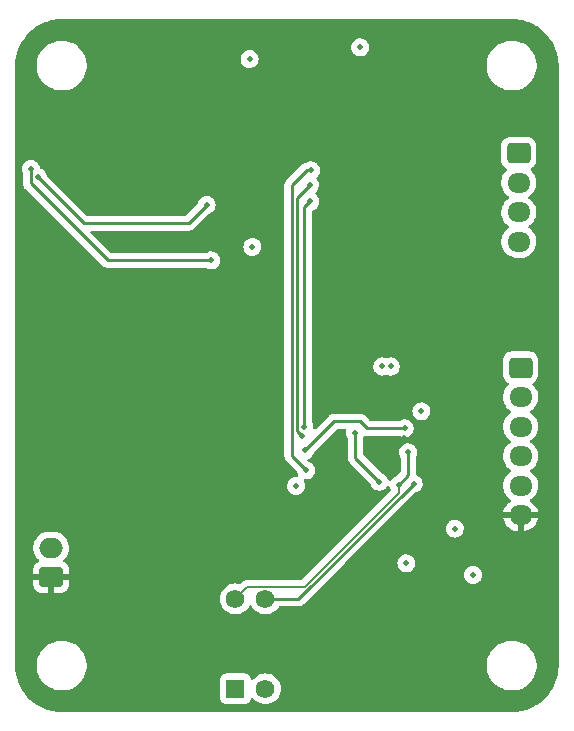
<source format=gbl>
%TF.GenerationSoftware,KiCad,Pcbnew,(6.0.1-0)*%
%TF.CreationDate,2023-09-01T00:14:15-05:00*%
%TF.ProjectId,tackle_sensor_hardware,7461636b-6c65-45f7-9365-6e736f725f68,REV1*%
%TF.SameCoordinates,Original*%
%TF.FileFunction,Copper,L4,Bot*%
%TF.FilePolarity,Positive*%
%FSLAX46Y46*%
G04 Gerber Fmt 4.6, Leading zero omitted, Abs format (unit mm)*
G04 Created by KiCad (PCBNEW (6.0.1-0)) date 2023-09-01 00:14:15*
%MOMM*%
%LPD*%
G01*
G04 APERTURE LIST*
G04 Aperture macros list*
%AMRoundRect*
0 Rectangle with rounded corners*
0 $1 Rounding radius*
0 $2 $3 $4 $5 $6 $7 $8 $9 X,Y pos of 4 corners*
0 Add a 4 corners polygon primitive as box body*
4,1,4,$2,$3,$4,$5,$6,$7,$8,$9,$2,$3,0*
0 Add four circle primitives for the rounded corners*
1,1,$1+$1,$2,$3*
1,1,$1+$1,$4,$5*
1,1,$1+$1,$6,$7*
1,1,$1+$1,$8,$9*
0 Add four rect primitives between the rounded corners*
20,1,$1+$1,$2,$3,$4,$5,0*
20,1,$1+$1,$4,$5,$6,$7,0*
20,1,$1+$1,$6,$7,$8,$9,0*
20,1,$1+$1,$8,$9,$2,$3,0*%
G04 Aperture macros list end*
%TA.AperFunction,ComponentPad*%
%ADD10RoundRect,0.250000X-0.725000X0.600000X-0.725000X-0.600000X0.725000X-0.600000X0.725000X0.600000X0*%
%TD*%
%TA.AperFunction,ComponentPad*%
%ADD11O,1.950000X1.700000*%
%TD*%
%TA.AperFunction,ComponentPad*%
%ADD12C,1.580000*%
%TD*%
%TA.AperFunction,ComponentPad*%
%ADD13R,1.580000X1.580000*%
%TD*%
%TA.AperFunction,ComponentPad*%
%ADD14RoundRect,0.250000X0.750000X-0.600000X0.750000X0.600000X-0.750000X0.600000X-0.750000X-0.600000X0*%
%TD*%
%TA.AperFunction,ComponentPad*%
%ADD15O,2.000000X1.700000*%
%TD*%
%TA.AperFunction,ViaPad*%
%ADD16C,0.500000*%
%TD*%
%TA.AperFunction,Conductor*%
%ADD17C,0.228600*%
%TD*%
%TA.AperFunction,Conductor*%
%ADD18C,0.200000*%
%TD*%
%TA.AperFunction,Conductor*%
%ADD19C,0.254000*%
%TD*%
G04 APERTURE END LIST*
D10*
%TO.P,J4,1,Pin_1*%
%TO.N,Net-(F1-Pad2)*%
X199881900Y-84433200D03*
D11*
%TO.P,J4,2,Pin_2*%
%TO.N,Net-(J4-Pad2)*%
X199881900Y-86933200D03*
%TO.P,J4,3,Pin_3*%
%TO.N,Net-(J4-Pad3)*%
X199881900Y-89433200D03*
%TO.P,J4,4,Pin_4*%
%TO.N,Net-(J4-Pad4)*%
X199881900Y-91933200D03*
%TD*%
D10*
%TO.P,J5,1,Pin_1*%
%TO.N,Net-(J5-Pad1)*%
X200042000Y-102589000D03*
D11*
%TO.P,J5,2,Pin_2*%
%TO.N,Net-(J5-Pad2)*%
X200042000Y-105089000D03*
%TO.P,J5,3,Pin_3*%
%TO.N,Net-(J5-Pad3)*%
X200042000Y-107589000D03*
%TO.P,J5,4,Pin_4*%
%TO.N,Net-(J5-Pad4)*%
X200042000Y-110089000D03*
%TO.P,J5,5,Pin_5*%
%TO.N,Net-(J5-Pad5)*%
X200042000Y-112589000D03*
%TO.P,J5,6,Pin_6*%
%TO.N,GND*%
X200042000Y-115089000D03*
%TD*%
D12*
%TO.P,S1,2B*%
%TO.N,HOME_SELECT*%
X178435000Y-122174000D03*
%TO.P,S1,2A*%
%TO.N,Net-(R23-Pad1)*%
X178435000Y-129794000D03*
%TO.P,S1,1B*%
%TO.N,ELIGIBLE_SELECT*%
X175895000Y-122174000D03*
D13*
%TO.P,S1,1A*%
%TO.N,Net-(R21-Pad1)*%
X175895000Y-129794000D03*
%TD*%
D14*
%TO.P,J2,1,Pin_1*%
%TO.N,GND*%
X160291700Y-120334200D03*
D15*
%TO.P,J2,2,Pin_2*%
%TO.N,Net-(J2-Pad2)*%
X160291700Y-117834200D03*
%TD*%
D16*
%TO.N,HOME_SELECT*%
X190982600Y-112420400D03*
%TO.N,+12V*%
X177088800Y-76479400D03*
%TO.N,+3V3*%
X194462400Y-116230400D03*
%TO.N,GND*%
X195326000Y-108331000D03*
X195199000Y-106426000D03*
%TO.N,+3V3*%
X191643000Y-106299000D03*
X189037400Y-102503800D03*
X188326192Y-102503808D03*
%TO.N,GND*%
X164000100Y-86196600D03*
X167149700Y-78170200D03*
X179087700Y-90971800D03*
X166133700Y-77281200D03*
X167149700Y-76392200D03*
X175938100Y-112460200D03*
X173144100Y-97220200D03*
X168165700Y-76392200D03*
X186656900Y-118251400D03*
X179595700Y-112511000D03*
X166133700Y-78170200D03*
X173992900Y-105689000D03*
X166133700Y-74360200D03*
X167149700Y-74360200D03*
X167149700Y-77281200D03*
X178478100Y-112561800D03*
X189704500Y-96203800D03*
X168165700Y-75376200D03*
X171213700Y-116016200D03*
X168165700Y-74360200D03*
X190162100Y-108599400D03*
X174134700Y-118556200D03*
X167149700Y-79059200D03*
X186250500Y-120486600D03*
X166133700Y-75376200D03*
X166133700Y-79059200D03*
X159656700Y-111952200D03*
X167149700Y-75376200D03*
X195947800Y-121983000D03*
X179036900Y-89701800D03*
X166133700Y-76392200D03*
%TO.N,+3V3*%
X190365300Y-119165800D03*
X181018100Y-112612600D03*
X195998600Y-120154200D03*
%TO.N,+12V*%
X186453700Y-75477800D03*
X177335100Y-92368800D03*
%TO.N,R_PWM*%
X182288100Y-85891800D03*
X181881700Y-111291800D03*
%TO.N,G_PWM*%
X181526100Y-108396200D03*
X182186500Y-87161800D03*
%TO.N,B_PWM*%
X181729300Y-107634200D03*
X182237300Y-88533400D03*
%TO.N,/RST*%
X181780100Y-109615400D03*
X190212900Y-107735800D03*
%TO.N,/ACC_INT2*%
X186021900Y-108116800D03*
X188079300Y-112257000D03*
%TO.N,Net-(Q2-Pad1)*%
X173448900Y-88838200D03*
X159174100Y-86501400D03*
%TO.N,Net-(R8-Pad2)*%
X158564500Y-85790200D03*
X173855300Y-93511800D03*
%TO.N,ELIGIBLE_SELECT*%
X190517700Y-109767800D03*
X189704900Y-112511000D03*
%TD*%
D17*
%TO.N,HOME_SELECT*%
X181229000Y-122174000D02*
X178435000Y-122174000D01*
D18*
%TO.N,ELIGIBLE_SELECT*%
X176911511Y-121157489D02*
X181763531Y-121157489D01*
X181763531Y-121157489D02*
X189704900Y-113216120D01*
X175895000Y-122174000D02*
X176911511Y-121157489D01*
X189704900Y-113216120D02*
X189704900Y-112511000D01*
D17*
%TO.N,HOME_SELECT*%
X190982600Y-112420400D02*
X181229000Y-122174000D01*
%TO.N,R_PWM*%
X180662500Y-110072600D02*
X180662500Y-87161800D01*
X181881700Y-111291800D02*
X180662500Y-110072600D01*
X180662500Y-87161800D02*
X181932500Y-85891800D01*
X181932500Y-85891800D02*
X182288100Y-85891800D01*
%TO.N,G_PWM*%
X181526100Y-108396200D02*
X181119700Y-107989800D01*
X181119700Y-107278600D02*
X181119700Y-88228600D01*
X181119700Y-88228600D02*
X182186500Y-87161800D01*
X181119700Y-107989800D02*
X181119700Y-107278600D01*
%TO.N,B_PWM*%
X181729300Y-89041400D02*
X182237300Y-88533400D01*
X181729300Y-107634200D02*
X181729300Y-89041400D01*
D19*
%TO.N,/RST*%
X184269300Y-107126200D02*
X181780100Y-109615400D01*
X186402900Y-107126200D02*
X184269300Y-107126200D01*
X187012500Y-107735800D02*
X186402900Y-107126200D01*
X190212900Y-107735800D02*
X187012500Y-107735800D01*
D17*
%TO.N,/ACC_INT2*%
X186047300Y-110225000D02*
X186047300Y-108142200D01*
X186047300Y-108142200D02*
X186021900Y-108116800D01*
X188079300Y-112257000D02*
X186047300Y-110225000D01*
D19*
%TO.N,Net-(Q2-Pad1)*%
X163034900Y-90362200D02*
X171924900Y-90362200D01*
X159174100Y-86501400D02*
X163034900Y-90362200D01*
X171924900Y-90362200D02*
X173448900Y-88838200D01*
D17*
%TO.N,Net-(R8-Pad2)*%
X158564500Y-87009400D02*
X165066900Y-93511800D01*
X165066900Y-93511800D02*
X165473300Y-93511800D01*
D19*
X173855300Y-93511800D02*
X165473300Y-93511800D01*
X158564500Y-87009400D02*
X158564500Y-85790200D01*
%TO.N,ELIGIBLE_SELECT*%
X190517700Y-109767800D02*
X190517700Y-111698200D01*
X190517700Y-111698200D02*
X189704900Y-112511000D01*
%TD*%
%TA.AperFunction,Conductor*%
%TO.N,GND*%
G36*
X199282659Y-73091700D02*
G01*
X199297460Y-73094005D01*
X199297463Y-73094005D01*
X199306332Y-73095386D01*
X199326228Y-73092784D01*
X199348386Y-73091854D01*
X199670045Y-73106725D01*
X199681634Y-73107799D01*
X200030260Y-73156431D01*
X200041699Y-73158570D01*
X200235090Y-73204055D01*
X200384346Y-73239159D01*
X200395528Y-73242340D01*
X200562412Y-73298275D01*
X200729287Y-73354206D01*
X200740139Y-73358410D01*
X201062149Y-73500591D01*
X201072554Y-73505771D01*
X201380089Y-73677067D01*
X201389966Y-73683183D01*
X201680369Y-73882114D01*
X201689657Y-73889128D01*
X201960467Y-74114006D01*
X201969067Y-74121847D01*
X202217955Y-74370735D01*
X202225796Y-74379335D01*
X202450674Y-74650145D01*
X202457688Y-74659433D01*
X202635423Y-74918893D01*
X202656619Y-74949836D01*
X202662735Y-74959713D01*
X202834031Y-75267248D01*
X202839211Y-75277653D01*
X202981392Y-75599663D01*
X202985596Y-75610515D01*
X203027745Y-75736268D01*
X203095192Y-75937500D01*
X203097459Y-75944265D01*
X203100643Y-75955456D01*
X203126181Y-76064037D01*
X203181232Y-76298103D01*
X203183371Y-76309542D01*
X203232003Y-76658168D01*
X203233077Y-76669757D01*
X203247605Y-76984016D01*
X203246240Y-77009215D01*
X203244416Y-77020930D01*
X203245580Y-77029832D01*
X203245580Y-77029835D01*
X203248538Y-77052451D01*
X203249602Y-77068789D01*
X203249602Y-127777872D01*
X203248102Y-127797256D01*
X203244416Y-127820930D01*
X203246056Y-127833470D01*
X203247018Y-127840826D01*
X203247948Y-127862984D01*
X203233077Y-128184643D01*
X203232003Y-128196232D01*
X203183371Y-128544858D01*
X203181232Y-128556297D01*
X203100644Y-128898940D01*
X203097462Y-128910126D01*
X203051313Y-129047814D01*
X202985596Y-129243885D01*
X202981392Y-129254737D01*
X202839211Y-129576747D01*
X202834031Y-129587152D01*
X202662735Y-129894687D01*
X202656620Y-129904563D01*
X202635390Y-129935554D01*
X202457688Y-130194967D01*
X202450674Y-130204255D01*
X202225796Y-130475065D01*
X202217955Y-130483665D01*
X201969067Y-130732553D01*
X201960467Y-130740394D01*
X201689657Y-130965272D01*
X201680369Y-130972286D01*
X201389966Y-131171217D01*
X201380089Y-131177333D01*
X201072554Y-131348629D01*
X201062149Y-131353809D01*
X200740139Y-131495990D01*
X200729287Y-131500194D01*
X200562412Y-131556125D01*
X200395528Y-131612060D01*
X200384346Y-131615241D01*
X200235090Y-131650345D01*
X200041699Y-131695830D01*
X200030260Y-131697969D01*
X199681634Y-131746601D01*
X199670046Y-131747675D01*
X199644993Y-131748833D01*
X199355786Y-131762203D01*
X199330587Y-131760838D01*
X199327744Y-131760395D01*
X199327742Y-131760395D01*
X199318872Y-131759014D01*
X199309970Y-131760178D01*
X199309967Y-131760178D01*
X199287351Y-131763136D01*
X199271013Y-131764200D01*
X161230028Y-131764200D01*
X161210643Y-131762700D01*
X161195842Y-131760395D01*
X161195839Y-131760395D01*
X161186970Y-131759014D01*
X161167805Y-131761520D01*
X161167074Y-131761616D01*
X161144916Y-131762546D01*
X160823257Y-131747675D01*
X160811668Y-131746601D01*
X160463042Y-131697969D01*
X160451603Y-131695830D01*
X160258212Y-131650345D01*
X160108956Y-131615241D01*
X160097774Y-131612060D01*
X159930890Y-131556125D01*
X159764015Y-131500194D01*
X159753163Y-131495990D01*
X159431153Y-131353809D01*
X159420748Y-131348629D01*
X159113213Y-131177333D01*
X159103336Y-131171217D01*
X158812933Y-130972286D01*
X158803645Y-130965272D01*
X158532835Y-130740394D01*
X158524235Y-130732553D01*
X158423816Y-130632134D01*
X174596500Y-130632134D01*
X174603255Y-130694316D01*
X174654385Y-130830705D01*
X174741739Y-130947261D01*
X174858295Y-131034615D01*
X174994684Y-131085745D01*
X175056866Y-131092500D01*
X176733134Y-131092500D01*
X176795316Y-131085745D01*
X176931705Y-131034615D01*
X177048261Y-130947261D01*
X177135615Y-130830705D01*
X177186745Y-130694316D01*
X177189960Y-130664723D01*
X177217203Y-130599161D01*
X177275566Y-130558735D01*
X177346520Y-130556281D01*
X177407538Y-130592577D01*
X177418433Y-130606057D01*
X177436492Y-130631848D01*
X177597152Y-130792508D01*
X177601660Y-130795665D01*
X177601663Y-130795667D01*
X177778761Y-130919672D01*
X177783270Y-130922829D01*
X177788252Y-130925152D01*
X177788257Y-130925155D01*
X177978701Y-131013961D01*
X177989190Y-131018852D01*
X177994498Y-131020274D01*
X177994500Y-131020275D01*
X178027917Y-131029229D01*
X178208657Y-131077658D01*
X178435000Y-131097460D01*
X178661343Y-131077658D01*
X178842083Y-131029229D01*
X178875500Y-131020275D01*
X178875502Y-131020274D01*
X178880810Y-131018852D01*
X178891299Y-131013961D01*
X179081743Y-130925155D01*
X179081748Y-130925152D01*
X179086730Y-130922829D01*
X179091239Y-130919672D01*
X179268337Y-130795667D01*
X179268340Y-130795665D01*
X179272848Y-130792508D01*
X179433508Y-130631848D01*
X179484703Y-130558735D01*
X179560672Y-130450239D01*
X179560673Y-130450237D01*
X179563829Y-130445730D01*
X179566152Y-130440748D01*
X179566155Y-130440743D01*
X179657529Y-130244792D01*
X179657530Y-130244790D01*
X179659852Y-130239810D01*
X179718658Y-130020343D01*
X179738460Y-129794000D01*
X179718658Y-129567657D01*
X179659852Y-129348190D01*
X179657529Y-129343208D01*
X179566155Y-129147257D01*
X179566152Y-129147252D01*
X179563829Y-129142270D01*
X179500249Y-129051468D01*
X179436667Y-128960663D01*
X179436665Y-128960660D01*
X179433508Y-128956152D01*
X179272848Y-128795492D01*
X179268340Y-128792335D01*
X179268337Y-128792333D01*
X179091239Y-128668328D01*
X179091237Y-128668327D01*
X179086730Y-128665171D01*
X179081748Y-128662848D01*
X179081743Y-128662845D01*
X178885792Y-128571471D01*
X178885790Y-128571470D01*
X178880810Y-128569148D01*
X178875502Y-128567726D01*
X178875500Y-128567725D01*
X178768184Y-128538970D01*
X178661343Y-128510342D01*
X178435000Y-128490540D01*
X178208657Y-128510342D01*
X178101816Y-128538970D01*
X177994500Y-128567725D01*
X177994498Y-128567726D01*
X177989190Y-128569148D01*
X177984210Y-128571470D01*
X177984208Y-128571471D01*
X177788257Y-128662845D01*
X177788252Y-128662848D01*
X177783270Y-128665171D01*
X177778763Y-128668327D01*
X177778761Y-128668328D01*
X177601663Y-128792333D01*
X177601660Y-128792335D01*
X177597152Y-128795492D01*
X177436492Y-128956152D01*
X177418436Y-128981939D01*
X177362980Y-129026267D01*
X177292360Y-129033576D01*
X177229000Y-129001546D01*
X177193014Y-128940345D01*
X177189960Y-128923277D01*
X177187598Y-128901540D01*
X177186745Y-128893684D01*
X177135615Y-128757295D01*
X177048261Y-128640739D01*
X176931705Y-128553385D01*
X176795316Y-128502255D01*
X176733134Y-128495500D01*
X175056866Y-128495500D01*
X174994684Y-128502255D01*
X174858295Y-128553385D01*
X174741739Y-128640739D01*
X174654385Y-128757295D01*
X174603255Y-128893684D01*
X174596500Y-128955866D01*
X174596500Y-130632134D01*
X158423816Y-130632134D01*
X158275347Y-130483665D01*
X158267506Y-130475065D01*
X158042628Y-130204255D01*
X158035614Y-130194967D01*
X157857912Y-129935554D01*
X157836682Y-129904563D01*
X157830567Y-129894687D01*
X157659271Y-129587152D01*
X157654091Y-129576747D01*
X157511910Y-129254737D01*
X157507706Y-129243885D01*
X157441989Y-129047814D01*
X157395840Y-128910126D01*
X157392658Y-128898940D01*
X157312070Y-128556297D01*
X157309931Y-128544858D01*
X157261299Y-128196232D01*
X157260225Y-128184643D01*
X157249835Y-127959903D01*
X159071443Y-127959903D01*
X159108968Y-128244934D01*
X159184829Y-128522236D01*
X159186513Y-128526184D01*
X159282026Y-128750109D01*
X159297623Y-128786676D01*
X159445261Y-129033361D01*
X159625013Y-129257728D01*
X159642097Y-129273940D01*
X159785813Y-129410321D01*
X159833551Y-129455623D01*
X160067017Y-129623386D01*
X160070812Y-129625395D01*
X160070813Y-129625396D01*
X160092569Y-129636915D01*
X160321092Y-129757912D01*
X160591073Y-129856711D01*
X160871964Y-129917955D01*
X160900541Y-129920204D01*
X161094982Y-129935507D01*
X161094991Y-129935507D01*
X161097439Y-129935700D01*
X161252971Y-129935700D01*
X161255107Y-129935554D01*
X161255118Y-129935554D01*
X161463248Y-129921365D01*
X161463254Y-129921364D01*
X161467525Y-129921073D01*
X161471720Y-129920204D01*
X161471722Y-129920204D01*
X161608284Y-129891923D01*
X161749042Y-129862774D01*
X162020043Y-129766807D01*
X162275512Y-129634950D01*
X162279013Y-129632489D01*
X162279017Y-129632487D01*
X162435028Y-129522840D01*
X162510723Y-129469641D01*
X162589103Y-129396806D01*
X162718179Y-129276861D01*
X162718181Y-129276858D01*
X162721322Y-129273940D01*
X162903413Y-129051468D01*
X163053627Y-128806342D01*
X163169183Y-128543098D01*
X163180818Y-128502255D01*
X163246768Y-128270734D01*
X163247944Y-128266606D01*
X163288451Y-127981984D01*
X163288545Y-127964151D01*
X163288567Y-127959903D01*
X197171443Y-127959903D01*
X197208968Y-128244934D01*
X197284829Y-128522236D01*
X197286513Y-128526184D01*
X197382026Y-128750109D01*
X197397623Y-128786676D01*
X197545261Y-129033361D01*
X197725013Y-129257728D01*
X197742097Y-129273940D01*
X197885813Y-129410321D01*
X197933551Y-129455623D01*
X198167017Y-129623386D01*
X198170812Y-129625395D01*
X198170813Y-129625396D01*
X198192569Y-129636915D01*
X198421092Y-129757912D01*
X198691073Y-129856711D01*
X198971964Y-129917955D01*
X199000541Y-129920204D01*
X199194982Y-129935507D01*
X199194991Y-129935507D01*
X199197439Y-129935700D01*
X199352971Y-129935700D01*
X199355107Y-129935554D01*
X199355118Y-129935554D01*
X199563248Y-129921365D01*
X199563254Y-129921364D01*
X199567525Y-129921073D01*
X199571720Y-129920204D01*
X199571722Y-129920204D01*
X199708284Y-129891923D01*
X199849042Y-129862774D01*
X200120043Y-129766807D01*
X200375512Y-129634950D01*
X200379013Y-129632489D01*
X200379017Y-129632487D01*
X200535028Y-129522840D01*
X200610723Y-129469641D01*
X200689103Y-129396806D01*
X200818179Y-129276861D01*
X200818181Y-129276858D01*
X200821322Y-129273940D01*
X201003413Y-129051468D01*
X201153627Y-128806342D01*
X201269183Y-128543098D01*
X201280818Y-128502255D01*
X201346768Y-128270734D01*
X201347944Y-128266606D01*
X201388451Y-127981984D01*
X201388545Y-127964151D01*
X201389935Y-127698783D01*
X201389935Y-127698776D01*
X201389957Y-127694497D01*
X201352432Y-127409466D01*
X201276571Y-127132164D01*
X201163777Y-126867724D01*
X201016139Y-126621039D01*
X200836387Y-126396672D01*
X200627849Y-126198777D01*
X200394383Y-126031014D01*
X200372543Y-126019450D01*
X200349354Y-126007172D01*
X200140308Y-125896488D01*
X199870327Y-125797689D01*
X199589436Y-125736445D01*
X199558385Y-125734001D01*
X199366418Y-125718893D01*
X199366409Y-125718893D01*
X199363961Y-125718700D01*
X199208429Y-125718700D01*
X199206293Y-125718846D01*
X199206282Y-125718846D01*
X198998152Y-125733035D01*
X198998146Y-125733036D01*
X198993875Y-125733327D01*
X198989680Y-125734196D01*
X198989678Y-125734196D01*
X198853117Y-125762476D01*
X198712358Y-125791626D01*
X198441357Y-125887593D01*
X198185888Y-126019450D01*
X198182387Y-126021911D01*
X198182383Y-126021913D01*
X198172294Y-126029004D01*
X197950677Y-126184759D01*
X197740078Y-126380460D01*
X197557987Y-126602932D01*
X197407773Y-126848058D01*
X197292217Y-127111302D01*
X197213456Y-127387794D01*
X197172949Y-127672416D01*
X197172927Y-127676705D01*
X197172926Y-127676712D01*
X197171465Y-127955617D01*
X197171443Y-127959903D01*
X163288567Y-127959903D01*
X163289935Y-127698783D01*
X163289935Y-127698776D01*
X163289957Y-127694497D01*
X163252432Y-127409466D01*
X163176571Y-127132164D01*
X163063777Y-126867724D01*
X162916139Y-126621039D01*
X162736387Y-126396672D01*
X162527849Y-126198777D01*
X162294383Y-126031014D01*
X162272543Y-126019450D01*
X162249354Y-126007172D01*
X162040308Y-125896488D01*
X161770327Y-125797689D01*
X161489436Y-125736445D01*
X161458385Y-125734001D01*
X161266418Y-125718893D01*
X161266409Y-125718893D01*
X161263961Y-125718700D01*
X161108429Y-125718700D01*
X161106293Y-125718846D01*
X161106282Y-125718846D01*
X160898152Y-125733035D01*
X160898146Y-125733036D01*
X160893875Y-125733327D01*
X160889680Y-125734196D01*
X160889678Y-125734196D01*
X160753117Y-125762476D01*
X160612358Y-125791626D01*
X160341357Y-125887593D01*
X160085888Y-126019450D01*
X160082387Y-126021911D01*
X160082383Y-126021913D01*
X160072294Y-126029004D01*
X159850677Y-126184759D01*
X159640078Y-126380460D01*
X159457987Y-126602932D01*
X159307773Y-126848058D01*
X159192217Y-127111302D01*
X159113456Y-127387794D01*
X159072949Y-127672416D01*
X159072927Y-127676705D01*
X159072926Y-127676712D01*
X159071465Y-127955617D01*
X159071443Y-127959903D01*
X157249835Y-127959903D01*
X157245697Y-127870384D01*
X157247062Y-127845185D01*
X157247505Y-127842342D01*
X157247505Y-127842340D01*
X157248886Y-127833470D01*
X157247247Y-127820930D01*
X157244764Y-127801949D01*
X157243700Y-127785611D01*
X157243700Y-122174000D01*
X174591540Y-122174000D01*
X174611342Y-122400343D01*
X174670148Y-122619810D01*
X174672470Y-122624790D01*
X174672471Y-122624792D01*
X174763845Y-122820743D01*
X174763848Y-122820748D01*
X174766171Y-122825730D01*
X174896492Y-123011848D01*
X175057152Y-123172508D01*
X175061660Y-123175665D01*
X175061663Y-123175667D01*
X175238761Y-123299672D01*
X175243270Y-123302829D01*
X175248252Y-123305152D01*
X175248257Y-123305155D01*
X175444208Y-123396529D01*
X175449190Y-123398852D01*
X175454498Y-123400274D01*
X175454500Y-123400275D01*
X175523361Y-123418726D01*
X175668657Y-123457658D01*
X175895000Y-123477460D01*
X176121343Y-123457658D01*
X176266639Y-123418726D01*
X176335500Y-123400275D01*
X176335502Y-123400274D01*
X176340810Y-123398852D01*
X176345792Y-123396529D01*
X176541743Y-123305155D01*
X176541748Y-123305152D01*
X176546730Y-123302829D01*
X176551239Y-123299672D01*
X176728337Y-123175667D01*
X176728340Y-123175665D01*
X176732848Y-123172508D01*
X176893508Y-123011848D01*
X177023829Y-122825730D01*
X177026152Y-122820748D01*
X177026155Y-122820743D01*
X177050805Y-122767880D01*
X177097722Y-122714595D01*
X177166000Y-122695134D01*
X177233960Y-122715676D01*
X177279195Y-122767880D01*
X177303845Y-122820743D01*
X177303848Y-122820748D01*
X177306171Y-122825730D01*
X177436492Y-123011848D01*
X177597152Y-123172508D01*
X177601660Y-123175665D01*
X177601663Y-123175667D01*
X177778761Y-123299672D01*
X177783270Y-123302829D01*
X177788252Y-123305152D01*
X177788257Y-123305155D01*
X177984208Y-123396529D01*
X177989190Y-123398852D01*
X177994498Y-123400274D01*
X177994500Y-123400275D01*
X178063361Y-123418726D01*
X178208657Y-123457658D01*
X178435000Y-123477460D01*
X178661343Y-123457658D01*
X178806639Y-123418726D01*
X178875500Y-123400275D01*
X178875502Y-123400274D01*
X178880810Y-123398852D01*
X178885792Y-123396529D01*
X179081743Y-123305155D01*
X179081748Y-123305152D01*
X179086730Y-123302829D01*
X179091239Y-123299672D01*
X179268337Y-123175667D01*
X179268340Y-123175665D01*
X179272848Y-123172508D01*
X179433508Y-123011848D01*
X179546465Y-122850529D01*
X179601922Y-122806201D01*
X179649678Y-122796800D01*
X181151648Y-122796800D01*
X181162538Y-122797313D01*
X181169923Y-122798964D01*
X181177848Y-122798715D01*
X181177849Y-122798715D01*
X181236805Y-122796862D01*
X181240763Y-122796800D01*
X181268183Y-122796800D01*
X181272112Y-122796304D01*
X181272426Y-122796284D01*
X181283853Y-122795384D01*
X181327202Y-122794021D01*
X181346165Y-122788512D01*
X181365525Y-122784503D01*
X181377248Y-122783022D01*
X181377249Y-122783022D01*
X181385115Y-122782028D01*
X181392488Y-122779109D01*
X181425445Y-122766061D01*
X181436675Y-122762216D01*
X181470700Y-122752331D01*
X181470701Y-122752331D01*
X181478310Y-122750120D01*
X181485135Y-122746084D01*
X181495301Y-122740072D01*
X181513058Y-122731373D01*
X181518092Y-122729379D01*
X181524052Y-122727020D01*
X181524054Y-122727019D01*
X181531421Y-122724102D01*
X181566508Y-122698610D01*
X181576427Y-122692094D01*
X181606928Y-122674056D01*
X181606929Y-122674055D01*
X181613752Y-122670020D01*
X181627713Y-122656059D01*
X181642747Y-122643218D01*
X181652311Y-122636269D01*
X181658724Y-122631610D01*
X181686374Y-122598187D01*
X181694364Y-122589408D01*
X184140229Y-120143543D01*
X195235375Y-120143543D01*
X195251981Y-120312899D01*
X195305694Y-120474367D01*
X195309341Y-120480389D01*
X195309342Y-120480391D01*
X195385605Y-120606315D01*
X195393846Y-120619923D01*
X195512055Y-120742332D01*
X195654446Y-120835510D01*
X195661050Y-120837966D01*
X195661052Y-120837967D01*
X195697444Y-120851501D01*
X195813941Y-120894826D01*
X195982615Y-120917332D01*
X195989626Y-120916694D01*
X195989630Y-120916694D01*
X196145062Y-120902548D01*
X196152083Y-120901909D01*
X196158785Y-120899731D01*
X196158787Y-120899731D01*
X196307223Y-120851501D01*
X196307226Y-120851500D01*
X196313922Y-120849324D01*
X196460090Y-120762190D01*
X196465184Y-120757339D01*
X196465188Y-120757336D01*
X196532433Y-120693299D01*
X196583321Y-120644839D01*
X196597961Y-120622805D01*
X196647720Y-120547911D01*
X196677491Y-120503102D01*
X196737919Y-120344025D01*
X196761601Y-120175513D01*
X196761899Y-120154200D01*
X196742931Y-119985092D01*
X196686968Y-119824389D01*
X196680983Y-119814810D01*
X196601151Y-119687055D01*
X196596792Y-119680079D01*
X196476886Y-119559332D01*
X196460639Y-119549021D01*
X196415812Y-119520573D01*
X196333208Y-119468151D01*
X196172900Y-119411068D01*
X196003929Y-119390920D01*
X195996926Y-119391656D01*
X195996925Y-119391656D01*
X195841701Y-119407970D01*
X195841697Y-119407971D01*
X195834693Y-119408707D01*
X195828022Y-119410978D01*
X195680273Y-119461275D01*
X195680270Y-119461276D01*
X195673603Y-119463546D01*
X195667605Y-119467236D01*
X195667603Y-119467237D01*
X195534665Y-119549021D01*
X195534663Y-119549023D01*
X195528666Y-119552712D01*
X195508041Y-119572910D01*
X195417783Y-119661298D01*
X195407086Y-119671773D01*
X195403275Y-119677687D01*
X195403273Y-119677689D01*
X195351651Y-119757790D01*
X195314904Y-119814810D01*
X195256703Y-119974716D01*
X195235375Y-120143543D01*
X184140229Y-120143543D01*
X185128629Y-119155143D01*
X189602075Y-119155143D01*
X189618681Y-119324499D01*
X189672394Y-119485967D01*
X189676041Y-119491989D01*
X189676042Y-119491991D01*
X189725049Y-119572910D01*
X189760546Y-119631523D01*
X189878755Y-119753932D01*
X189884651Y-119757790D01*
X189996598Y-119831046D01*
X190021146Y-119847110D01*
X190027750Y-119849566D01*
X190027752Y-119849567D01*
X190064144Y-119863101D01*
X190180641Y-119906426D01*
X190349315Y-119928932D01*
X190356326Y-119928294D01*
X190356330Y-119928294D01*
X190511762Y-119914148D01*
X190518783Y-119913509D01*
X190525485Y-119911331D01*
X190525487Y-119911331D01*
X190673923Y-119863101D01*
X190673926Y-119863100D01*
X190680622Y-119860924D01*
X190826790Y-119773790D01*
X190831884Y-119768939D01*
X190831888Y-119768936D01*
X190930446Y-119675080D01*
X190950021Y-119656439D01*
X191044191Y-119514702D01*
X191104619Y-119355625D01*
X191128301Y-119187113D01*
X191128599Y-119165800D01*
X191109631Y-118996692D01*
X191053668Y-118835989D01*
X191047683Y-118826410D01*
X190992202Y-118737624D01*
X190963492Y-118691679D01*
X190843586Y-118570932D01*
X190827339Y-118560621D01*
X190788706Y-118536104D01*
X190699908Y-118479751D01*
X190539600Y-118422668D01*
X190370629Y-118402520D01*
X190363626Y-118403256D01*
X190363625Y-118403256D01*
X190208401Y-118419570D01*
X190208397Y-118419571D01*
X190201393Y-118420307D01*
X190194722Y-118422578D01*
X190046973Y-118472875D01*
X190046970Y-118472876D01*
X190040303Y-118475146D01*
X190034305Y-118478836D01*
X190034303Y-118478837D01*
X189901365Y-118560621D01*
X189901363Y-118560623D01*
X189895366Y-118564312D01*
X189773786Y-118683373D01*
X189769975Y-118689287D01*
X189769973Y-118689289D01*
X189691119Y-118811645D01*
X189681604Y-118826410D01*
X189623403Y-118986316D01*
X189602075Y-119155143D01*
X185128629Y-119155143D01*
X188064029Y-116219743D01*
X193699175Y-116219743D01*
X193715781Y-116389099D01*
X193718005Y-116395784D01*
X193718005Y-116395785D01*
X193721337Y-116405802D01*
X193769494Y-116550567D01*
X193773141Y-116556589D01*
X193773142Y-116556591D01*
X193825406Y-116642888D01*
X193857646Y-116696123D01*
X193975855Y-116818532D01*
X194118246Y-116911710D01*
X194124850Y-116914166D01*
X194124852Y-116914167D01*
X194181016Y-116935054D01*
X194277741Y-116971026D01*
X194446415Y-116993532D01*
X194453426Y-116992894D01*
X194453430Y-116992894D01*
X194608862Y-116978748D01*
X194615883Y-116978109D01*
X194622585Y-116975931D01*
X194622587Y-116975931D01*
X194771023Y-116927701D01*
X194771026Y-116927700D01*
X194777722Y-116925524D01*
X194923890Y-116838390D01*
X194928984Y-116833539D01*
X194928988Y-116833536D01*
X194997113Y-116768661D01*
X195047121Y-116721039D01*
X195051825Y-116713960D01*
X195129848Y-116596525D01*
X195141291Y-116579302D01*
X195201719Y-116420225D01*
X195225401Y-116251713D01*
X195225699Y-116230400D01*
X195206731Y-116061292D01*
X195150768Y-115900589D01*
X195144783Y-115891010D01*
X195122820Y-115855864D01*
X195060592Y-115756279D01*
X194940686Y-115635532D01*
X194924439Y-115625221D01*
X194885806Y-115600704D01*
X194797008Y-115544351D01*
X194636700Y-115487268D01*
X194467729Y-115467120D01*
X194460726Y-115467856D01*
X194460725Y-115467856D01*
X194305501Y-115484170D01*
X194305497Y-115484171D01*
X194298493Y-115484907D01*
X194291822Y-115487178D01*
X194144073Y-115537475D01*
X194144070Y-115537476D01*
X194137403Y-115539746D01*
X194131405Y-115543436D01*
X194131403Y-115543437D01*
X193998465Y-115625221D01*
X193998463Y-115625223D01*
X193992466Y-115628912D01*
X193870886Y-115747973D01*
X193778704Y-115891010D01*
X193720503Y-116050916D01*
X193699175Y-116219743D01*
X188064029Y-116219743D01*
X188926192Y-115357580D01*
X198585752Y-115357580D01*
X198610477Y-115475421D01*
X198613537Y-115485617D01*
X198694263Y-115690029D01*
X198698994Y-115699561D01*
X198813016Y-115887462D01*
X198819280Y-115896052D01*
X198963327Y-116062052D01*
X198970958Y-116069472D01*
X199140911Y-116208826D01*
X199149678Y-116214850D01*
X199340682Y-116323576D01*
X199350346Y-116328041D01*
X199556941Y-116403031D01*
X199567208Y-116405802D01*
X199770174Y-116442504D01*
X199783414Y-116441085D01*
X199788000Y-116426450D01*
X199788000Y-116422849D01*
X200296000Y-116422849D01*
X200300310Y-116437527D01*
X200312193Y-116439590D01*
X200391325Y-116432876D01*
X200401797Y-116431086D01*
X200614535Y-116375870D01*
X200624575Y-116372335D01*
X200824970Y-116282063D01*
X200834256Y-116276894D01*
X201016575Y-116154150D01*
X201024870Y-116147481D01*
X201183900Y-115995772D01*
X201190941Y-115987814D01*
X201322141Y-115811475D01*
X201327745Y-115802438D01*
X201427357Y-115606516D01*
X201431357Y-115596665D01*
X201496534Y-115386760D01*
X201498817Y-115376376D01*
X201500861Y-115360957D01*
X201498665Y-115346793D01*
X201485478Y-115343000D01*
X200314115Y-115343000D01*
X200298876Y-115347475D01*
X200297671Y-115348865D01*
X200296000Y-115356548D01*
X200296000Y-116422849D01*
X199788000Y-116422849D01*
X199788000Y-115361115D01*
X199783525Y-115345876D01*
X199782135Y-115344671D01*
X199774452Y-115343000D01*
X198600808Y-115343000D01*
X198587277Y-115346973D01*
X198585752Y-115357580D01*
X188926192Y-115357580D01*
X191084667Y-113199105D01*
X191136999Y-113170927D01*
X191136083Y-113168109D01*
X191291223Y-113117701D01*
X191291226Y-113117700D01*
X191297922Y-113115524D01*
X191444090Y-113028390D01*
X191449184Y-113023539D01*
X191449188Y-113023536D01*
X191538178Y-112938791D01*
X191567321Y-112911039D01*
X191586766Y-112881773D01*
X191639484Y-112802425D01*
X191661491Y-112769302D01*
X191721919Y-112610225D01*
X191733928Y-112524774D01*
X198555102Y-112524774D01*
X198563751Y-112755158D01*
X198564846Y-112760377D01*
X198572204Y-112795445D01*
X198611093Y-112980791D01*
X198613051Y-112985750D01*
X198613052Y-112985752D01*
X198665162Y-113117701D01*
X198695776Y-113195221D01*
X198815377Y-113392317D01*
X198818874Y-113396347D01*
X198905438Y-113496103D01*
X198966477Y-113566445D01*
X198970608Y-113569832D01*
X199140627Y-113709240D01*
X199140633Y-113709244D01*
X199144755Y-113712624D01*
X199149398Y-113715267D01*
X199176735Y-113730829D01*
X199226041Y-113781912D01*
X199239902Y-113851542D01*
X199213918Y-113917613D01*
X199184768Y-113944851D01*
X199067422Y-114023852D01*
X199059130Y-114030519D01*
X198900100Y-114182228D01*
X198893059Y-114190186D01*
X198761859Y-114366525D01*
X198756255Y-114375562D01*
X198656643Y-114571484D01*
X198652643Y-114581335D01*
X198587466Y-114791240D01*
X198585183Y-114801624D01*
X198583139Y-114817043D01*
X198585335Y-114831207D01*
X198598522Y-114835000D01*
X201483192Y-114835000D01*
X201496723Y-114831027D01*
X201498248Y-114820420D01*
X201473523Y-114702579D01*
X201470463Y-114692383D01*
X201389737Y-114487971D01*
X201385006Y-114478439D01*
X201270984Y-114290538D01*
X201264720Y-114281948D01*
X201120673Y-114115948D01*
X201113042Y-114108528D01*
X200943089Y-113969174D01*
X200934326Y-113963152D01*
X200907289Y-113947762D01*
X200857982Y-113896680D01*
X200844120Y-113827049D01*
X200870103Y-113760978D01*
X200899253Y-113733739D01*
X200952532Y-113697869D01*
X201021319Y-113651559D01*
X201188135Y-113492424D01*
X201325754Y-113307458D01*
X201332643Y-113293910D01*
X201395563Y-113170153D01*
X201430240Y-113101949D01*
X201439447Y-113072300D01*
X201497024Y-112886871D01*
X201498607Y-112881773D01*
X201512363Y-112777985D01*
X201528198Y-112658511D01*
X201528198Y-112658506D01*
X201528898Y-112653226D01*
X201520249Y-112422842D01*
X201472907Y-112197209D01*
X201470948Y-112192248D01*
X201390185Y-111987744D01*
X201390184Y-111987742D01*
X201388224Y-111982779D01*
X201353550Y-111925637D01*
X201271390Y-111790243D01*
X201268623Y-111785683D01*
X201181755Y-111685576D01*
X201121023Y-111615588D01*
X201121021Y-111615586D01*
X201117523Y-111611555D01*
X201065119Y-111568586D01*
X200943373Y-111468760D01*
X200943367Y-111468756D01*
X200939245Y-111465376D01*
X200907750Y-111447448D01*
X200858445Y-111396368D01*
X200844583Y-111326738D01*
X200870566Y-111260667D01*
X200899716Y-111233427D01*
X200935642Y-111209240D01*
X201021319Y-111151559D01*
X201051580Y-111122692D01*
X201184278Y-110996103D01*
X201188135Y-110992424D01*
X201325754Y-110807458D01*
X201430240Y-110601949D01*
X201446785Y-110548668D01*
X201497024Y-110386871D01*
X201498607Y-110381773D01*
X201512816Y-110274564D01*
X201528198Y-110158511D01*
X201528198Y-110158506D01*
X201528898Y-110153226D01*
X201527502Y-110116026D01*
X201520449Y-109928173D01*
X201520249Y-109922842D01*
X201472907Y-109697209D01*
X201434001Y-109598692D01*
X201390185Y-109487744D01*
X201390184Y-109487742D01*
X201388224Y-109482779D01*
X201365085Y-109444646D01*
X201271390Y-109290243D01*
X201268623Y-109285683D01*
X201181755Y-109185576D01*
X201121023Y-109115588D01*
X201121021Y-109115586D01*
X201117523Y-109111555D01*
X201072789Y-109074875D01*
X200943373Y-108968760D01*
X200943367Y-108968756D01*
X200939245Y-108965376D01*
X200907750Y-108947448D01*
X200858445Y-108896368D01*
X200844583Y-108826738D01*
X200870566Y-108760667D01*
X200899716Y-108733427D01*
X200935642Y-108709240D01*
X201021319Y-108651559D01*
X201188135Y-108492424D01*
X201196389Y-108481331D01*
X201307964Y-108331369D01*
X201325754Y-108307458D01*
X201338604Y-108282185D01*
X201418602Y-108124839D01*
X201430240Y-108101949D01*
X201433773Y-108090573D01*
X201497024Y-107886871D01*
X201498607Y-107881773D01*
X201514611Y-107761023D01*
X201528198Y-107658511D01*
X201528198Y-107658506D01*
X201528898Y-107653226D01*
X201528333Y-107638161D01*
X201520449Y-107428173D01*
X201520249Y-107422842D01*
X201472907Y-107197209D01*
X201459527Y-107163328D01*
X201390185Y-106987744D01*
X201390184Y-106987742D01*
X201388224Y-106982779D01*
X201382446Y-106973256D01*
X201271390Y-106790243D01*
X201268623Y-106785683D01*
X201250435Y-106764723D01*
X201121023Y-106615588D01*
X201121021Y-106615586D01*
X201117523Y-106611555D01*
X201068919Y-106571702D01*
X200943373Y-106468760D01*
X200943367Y-106468756D01*
X200939245Y-106465376D01*
X200907750Y-106447448D01*
X200858445Y-106396368D01*
X200844583Y-106326738D01*
X200870566Y-106260667D01*
X200899716Y-106233427D01*
X200935642Y-106209240D01*
X201021319Y-106151559D01*
X201188135Y-105992424D01*
X201207623Y-105966232D01*
X201322568Y-105811740D01*
X201325754Y-105807458D01*
X201430240Y-105601949D01*
X201443815Y-105558233D01*
X201497024Y-105386871D01*
X201498607Y-105381773D01*
X201499308Y-105376484D01*
X201528198Y-105158511D01*
X201528198Y-105158506D01*
X201528898Y-105153226D01*
X201520249Y-104922842D01*
X201472907Y-104697209D01*
X201388224Y-104482779D01*
X201268623Y-104285683D01*
X201181755Y-104185576D01*
X201121023Y-104115588D01*
X201121021Y-104115586D01*
X201117523Y-104111555D01*
X201081880Y-104082330D01*
X201041886Y-104023671D01*
X201039954Y-103952701D01*
X201076698Y-103891952D01*
X201095468Y-103877752D01*
X201235120Y-103791332D01*
X201241348Y-103787478D01*
X201366305Y-103662303D01*
X201459115Y-103511738D01*
X201514797Y-103343861D01*
X201525500Y-103239400D01*
X201525500Y-101938600D01*
X201514526Y-101832834D01*
X201491239Y-101763033D01*
X201460868Y-101672002D01*
X201458550Y-101665054D01*
X201365478Y-101514652D01*
X201240303Y-101389695D01*
X201234072Y-101385854D01*
X201095968Y-101300725D01*
X201095966Y-101300724D01*
X201089738Y-101296885D01*
X200929254Y-101243655D01*
X200928389Y-101243368D01*
X200928387Y-101243368D01*
X200921861Y-101241203D01*
X200915025Y-101240503D01*
X200915022Y-101240502D01*
X200871969Y-101236091D01*
X200817400Y-101230500D01*
X199266600Y-101230500D01*
X199263354Y-101230837D01*
X199263350Y-101230837D01*
X199167692Y-101240762D01*
X199167688Y-101240763D01*
X199160834Y-101241474D01*
X199154298Y-101243655D01*
X199154296Y-101243655D01*
X199022194Y-101287728D01*
X198993054Y-101297450D01*
X198842652Y-101390522D01*
X198717695Y-101515697D01*
X198624885Y-101666262D01*
X198622581Y-101673209D01*
X198574639Y-101817751D01*
X198569203Y-101834139D01*
X198558500Y-101938600D01*
X198558500Y-103239400D01*
X198558837Y-103242646D01*
X198558837Y-103242650D01*
X198561357Y-103266932D01*
X198569474Y-103345166D01*
X198625450Y-103512946D01*
X198718522Y-103663348D01*
X198843697Y-103788305D01*
X198989340Y-103878081D01*
X199036832Y-103930852D01*
X199048256Y-104000924D01*
X199019982Y-104066048D01*
X199010195Y-104076510D01*
X198895865Y-104185576D01*
X198758246Y-104370542D01*
X198653760Y-104576051D01*
X198652178Y-104581145D01*
X198652177Y-104581148D01*
X198590115Y-104781020D01*
X198585393Y-104796227D01*
X198584692Y-104801516D01*
X198569304Y-104917623D01*
X198555102Y-105024774D01*
X198563751Y-105255158D01*
X198611093Y-105480791D01*
X198613051Y-105485750D01*
X198613052Y-105485752D01*
X198641677Y-105558233D01*
X198695776Y-105695221D01*
X198698543Y-105699780D01*
X198698544Y-105699783D01*
X198760998Y-105802703D01*
X198815377Y-105892317D01*
X198818874Y-105896347D01*
X198905438Y-105996103D01*
X198966477Y-106066445D01*
X198970608Y-106069832D01*
X199140627Y-106209240D01*
X199140633Y-106209244D01*
X199144755Y-106212624D01*
X199176250Y-106230552D01*
X199225555Y-106281632D01*
X199239417Y-106351262D01*
X199213434Y-106417333D01*
X199184284Y-106444573D01*
X199062681Y-106526441D01*
X199058824Y-106530120D01*
X199058822Y-106530122D01*
X198992487Y-106593403D01*
X198895865Y-106685576D01*
X198758246Y-106870542D01*
X198755830Y-106875293D01*
X198755828Y-106875297D01*
X198706398Y-106972520D01*
X198653760Y-107076051D01*
X198652178Y-107081145D01*
X198652177Y-107081148D01*
X198594265Y-107267654D01*
X198585393Y-107296227D01*
X198584692Y-107301516D01*
X198569304Y-107417623D01*
X198555102Y-107524774D01*
X198563751Y-107755158D01*
X198611093Y-107980791D01*
X198613051Y-107985750D01*
X198613052Y-107985752D01*
X198667981Y-108124839D01*
X198695776Y-108195221D01*
X198698543Y-108199780D01*
X198698544Y-108199783D01*
X198714775Y-108226531D01*
X198815377Y-108392317D01*
X198818874Y-108396347D01*
X198907084Y-108498000D01*
X198966477Y-108566445D01*
X198970608Y-108569832D01*
X199140627Y-108709240D01*
X199140633Y-108709244D01*
X199144755Y-108712624D01*
X199176250Y-108730552D01*
X199225555Y-108781632D01*
X199239417Y-108851262D01*
X199213434Y-108917333D01*
X199184284Y-108944573D01*
X199062681Y-109026441D01*
X198895865Y-109185576D01*
X198758246Y-109370542D01*
X198755830Y-109375293D01*
X198755828Y-109375297D01*
X198723954Y-109437989D01*
X198653760Y-109576051D01*
X198652178Y-109581145D01*
X198652177Y-109581148D01*
X198602534Y-109741023D01*
X198585393Y-109796227D01*
X198584692Y-109801516D01*
X198562339Y-109970173D01*
X198555102Y-110024774D01*
X198555302Y-110030103D01*
X198555302Y-110030105D01*
X198557339Y-110084363D01*
X198563751Y-110255158D01*
X198611093Y-110480791D01*
X198613051Y-110485750D01*
X198613052Y-110485752D01*
X198681778Y-110659775D01*
X198695776Y-110695221D01*
X198698543Y-110699780D01*
X198698544Y-110699783D01*
X198760998Y-110802703D01*
X198815377Y-110892317D01*
X198818874Y-110896347D01*
X198905438Y-110996103D01*
X198966477Y-111066445D01*
X198970608Y-111069832D01*
X199140627Y-111209240D01*
X199140633Y-111209244D01*
X199144755Y-111212624D01*
X199176250Y-111230552D01*
X199225555Y-111281632D01*
X199239417Y-111351262D01*
X199213434Y-111417333D01*
X199184284Y-111444573D01*
X199062681Y-111526441D01*
X198895865Y-111685576D01*
X198758246Y-111870542D01*
X198755830Y-111875293D01*
X198755828Y-111875297D01*
X198706098Y-111973110D01*
X198653760Y-112076051D01*
X198652178Y-112081145D01*
X198652177Y-112081148D01*
X198594379Y-112267287D01*
X198585393Y-112296227D01*
X198584692Y-112301516D01*
X198566111Y-112441713D01*
X198555102Y-112524774D01*
X191733928Y-112524774D01*
X191745601Y-112441713D01*
X191745721Y-112433116D01*
X191745844Y-112424361D01*
X191745844Y-112424355D01*
X191745899Y-112420400D01*
X191726931Y-112251292D01*
X191670968Y-112090589D01*
X191580792Y-111946279D01*
X191561202Y-111926551D01*
X191510304Y-111875297D01*
X191460886Y-111825532D01*
X191452715Y-111820346D01*
X191391744Y-111781653D01*
X191317208Y-111734351D01*
X191271756Y-111718166D01*
X191236933Y-111705766D01*
X191179469Y-111664072D01*
X191153669Y-111597929D01*
X191153200Y-111587067D01*
X191153200Y-110220052D01*
X191174252Y-110150325D01*
X191196591Y-110116702D01*
X191257019Y-109957625D01*
X191280701Y-109789113D01*
X191280999Y-109767800D01*
X191262031Y-109598692D01*
X191206068Y-109437989D01*
X191200083Y-109428410D01*
X191161246Y-109366260D01*
X191115892Y-109293679D01*
X190995986Y-109172932D01*
X190979739Y-109162621D01*
X190905626Y-109115588D01*
X190852308Y-109081751D01*
X190692000Y-109024668D01*
X190523029Y-109004520D01*
X190516026Y-109005256D01*
X190516025Y-109005256D01*
X190360801Y-109021570D01*
X190360797Y-109021571D01*
X190353793Y-109022307D01*
X190347122Y-109024578D01*
X190199373Y-109074875D01*
X190199370Y-109074876D01*
X190192703Y-109077146D01*
X190186705Y-109080836D01*
X190186703Y-109080837D01*
X190053765Y-109162621D01*
X190053763Y-109162623D01*
X190047766Y-109166312D01*
X189926186Y-109285373D01*
X189834004Y-109428410D01*
X189775803Y-109588316D01*
X189754475Y-109757143D01*
X189771081Y-109926499D01*
X189824794Y-110087967D01*
X189828443Y-110093992D01*
X189863976Y-110152664D01*
X189882200Y-110217936D01*
X189882200Y-111382777D01*
X189862198Y-111450898D01*
X189845295Y-111471872D01*
X189577898Y-111739269D01*
X189529409Y-111769451D01*
X189504647Y-111777880D01*
X189386573Y-111818075D01*
X189386570Y-111818076D01*
X189379903Y-111820346D01*
X189373905Y-111824036D01*
X189373903Y-111824037D01*
X189240965Y-111905821D01*
X189240963Y-111905823D01*
X189234966Y-111909512D01*
X189222269Y-111921946D01*
X189134986Y-112007421D01*
X189113386Y-112028573D01*
X189109575Y-112034487D01*
X189109573Y-112034489D01*
X189050968Y-112125426D01*
X188997253Y-112171850D01*
X188926967Y-112181865D01*
X188862423Y-112152289D01*
X188824157Y-112092577D01*
X188823631Y-112087892D01*
X188821283Y-112081148D01*
X188789228Y-111989101D01*
X188767668Y-111927189D01*
X188677492Y-111782879D01*
X188557586Y-111662132D01*
X188413908Y-111570951D01*
X188253600Y-111513868D01*
X188246601Y-111513034D01*
X188241701Y-111511884D01*
X188181380Y-111478308D01*
X186707005Y-110003932D01*
X186672979Y-109941620D01*
X186670100Y-109914837D01*
X186670100Y-108549937D01*
X186691152Y-108480210D01*
X186696890Y-108471574D01*
X186696891Y-108471572D01*
X186700791Y-108465702D01*
X186713105Y-108433285D01*
X186755994Y-108376707D01*
X186822663Y-108352298D01*
X186850606Y-108353581D01*
X186877620Y-108357860D01*
X186889240Y-108360266D01*
X186924537Y-108369328D01*
X186932218Y-108371300D01*
X186952566Y-108371300D01*
X186972278Y-108372851D01*
X186992380Y-108376035D01*
X187036555Y-108371859D01*
X187048414Y-108371300D01*
X189761179Y-108371300D01*
X189830172Y-108391868D01*
X189868746Y-108417110D01*
X189875350Y-108419566D01*
X189875352Y-108419567D01*
X189948493Y-108446768D01*
X190028241Y-108476426D01*
X190196915Y-108498932D01*
X190203926Y-108498294D01*
X190203930Y-108498294D01*
X190359362Y-108484148D01*
X190366383Y-108483509D01*
X190373085Y-108481331D01*
X190373087Y-108481331D01*
X190521523Y-108433101D01*
X190521526Y-108433100D01*
X190528222Y-108430924D01*
X190674390Y-108343790D01*
X190679484Y-108338939D01*
X190679488Y-108338936D01*
X190753463Y-108268490D01*
X190797621Y-108226439D01*
X190827495Y-108181476D01*
X190877173Y-108106704D01*
X190891791Y-108084702D01*
X190952219Y-107925625D01*
X190975901Y-107757113D01*
X190976199Y-107735800D01*
X190957231Y-107566692D01*
X190901268Y-107405989D01*
X190811092Y-107261679D01*
X190691186Y-107140932D01*
X190547508Y-107049751D01*
X190387200Y-106992668D01*
X190218229Y-106972520D01*
X190211226Y-106973256D01*
X190211225Y-106973256D01*
X190056001Y-106989570D01*
X190055997Y-106989571D01*
X190048993Y-106990307D01*
X190042322Y-106992578D01*
X189894573Y-107042875D01*
X189894570Y-107042876D01*
X189887903Y-107045146D01*
X189837668Y-107076051D01*
X189828621Y-107081617D01*
X189762598Y-107100300D01*
X187327923Y-107100300D01*
X187259802Y-107080298D01*
X187238828Y-107063395D01*
X186908150Y-106732717D01*
X186900574Y-106724391D01*
X186896453Y-106717897D01*
X186846634Y-106671114D01*
X186843793Y-106668360D01*
X186823994Y-106648561D01*
X186820869Y-106646137D01*
X186820860Y-106646129D01*
X186820774Y-106646063D01*
X186811749Y-106638355D01*
X186787973Y-106616028D01*
X186779406Y-106607983D01*
X186761569Y-106598177D01*
X186745053Y-106587327D01*
X186728967Y-106574850D01*
X186688234Y-106557224D01*
X186677586Y-106552007D01*
X186648691Y-106536122D01*
X186638703Y-106530631D01*
X186631028Y-106528660D01*
X186631022Y-106528658D01*
X186618989Y-106525569D01*
X186600287Y-106519166D01*
X186581608Y-106511083D01*
X186541813Y-106504780D01*
X186537773Y-106504140D01*
X186526160Y-106501735D01*
X186483182Y-106490700D01*
X186462835Y-106490700D01*
X186443124Y-106489149D01*
X186430850Y-106487205D01*
X186423021Y-106485965D01*
X186415129Y-106486711D01*
X186378844Y-106490141D01*
X186366986Y-106490700D01*
X184348320Y-106490700D01*
X184337091Y-106490171D01*
X184329581Y-106488492D01*
X184321655Y-106488741D01*
X184321654Y-106488741D01*
X184261302Y-106490638D01*
X184257344Y-106490700D01*
X184229317Y-106490700D01*
X184225271Y-106491211D01*
X184213443Y-106492142D01*
X184169095Y-106493536D01*
X184161478Y-106495749D01*
X184149553Y-106499213D01*
X184130194Y-106503222D01*
X184128933Y-106503381D01*
X184110001Y-106505773D01*
X184102637Y-106508689D01*
X184102632Y-106508690D01*
X184080721Y-106517366D01*
X184068728Y-106522114D01*
X184057524Y-106525951D01*
X184014907Y-106538332D01*
X183997394Y-106548689D01*
X183979643Y-106557385D01*
X183968085Y-106561961D01*
X183968080Y-106561964D01*
X183960712Y-106564881D01*
X183954297Y-106569542D01*
X183924807Y-106590967D01*
X183914885Y-106597484D01*
X183883528Y-106616028D01*
X183883525Y-106616030D01*
X183876701Y-106620066D01*
X183862314Y-106634453D01*
X183847280Y-106647294D01*
X183830813Y-106659258D01*
X183825760Y-106665366D01*
X183802528Y-106693449D01*
X183794538Y-106702229D01*
X182701517Y-107795250D01*
X182639205Y-107829276D01*
X182568390Y-107824211D01*
X182511554Y-107781664D01*
X182486743Y-107715144D01*
X182487648Y-107688619D01*
X182491752Y-107659421D01*
X182491752Y-107659418D01*
X182492301Y-107655513D01*
X182492599Y-107634200D01*
X182473631Y-107465092D01*
X182457101Y-107417623D01*
X182419986Y-107311046D01*
X182417668Y-107304389D01*
X182413935Y-107298415D01*
X182413933Y-107298411D01*
X182371246Y-107230098D01*
X182352100Y-107163328D01*
X182352100Y-106288343D01*
X190879775Y-106288343D01*
X190896381Y-106457699D01*
X190898605Y-106464384D01*
X190898605Y-106464385D01*
X190907777Y-106491956D01*
X190950094Y-106619167D01*
X190953741Y-106625189D01*
X190953742Y-106625191D01*
X190992904Y-106689854D01*
X191038246Y-106764723D01*
X191156455Y-106887132D01*
X191162351Y-106890990D01*
X191286942Y-106972520D01*
X191298846Y-106980310D01*
X191305450Y-106982766D01*
X191305452Y-106982767D01*
X191341844Y-106996301D01*
X191458341Y-107039626D01*
X191627015Y-107062132D01*
X191634026Y-107061494D01*
X191634030Y-107061494D01*
X191789462Y-107047348D01*
X191796483Y-107046709D01*
X191803185Y-107044531D01*
X191803187Y-107044531D01*
X191951623Y-106996301D01*
X191951626Y-106996300D01*
X191958322Y-106994124D01*
X192104490Y-106906990D01*
X192109584Y-106902139D01*
X192109588Y-106902136D01*
X192176833Y-106838099D01*
X192227721Y-106789639D01*
X192321891Y-106647902D01*
X192382319Y-106488825D01*
X192406001Y-106320313D01*
X192406299Y-106299000D01*
X192387331Y-106129892D01*
X192331368Y-105969189D01*
X192325383Y-105959610D01*
X192280483Y-105887757D01*
X192241192Y-105824879D01*
X192219171Y-105802703D01*
X192126248Y-105709129D01*
X192121286Y-105704132D01*
X192114434Y-105699783D01*
X192066406Y-105669304D01*
X191977608Y-105612951D01*
X191817300Y-105555868D01*
X191648329Y-105535720D01*
X191641326Y-105536456D01*
X191641325Y-105536456D01*
X191486101Y-105552770D01*
X191486097Y-105552771D01*
X191479093Y-105553507D01*
X191472422Y-105555778D01*
X191324673Y-105606075D01*
X191324670Y-105606076D01*
X191318003Y-105608346D01*
X191312005Y-105612036D01*
X191312003Y-105612037D01*
X191179065Y-105693821D01*
X191179063Y-105693823D01*
X191173066Y-105697512D01*
X191051486Y-105816573D01*
X191047675Y-105822487D01*
X191047673Y-105822489D01*
X190963121Y-105953687D01*
X190959304Y-105959610D01*
X190901103Y-106119516D01*
X190879775Y-106288343D01*
X182352100Y-106288343D01*
X182352100Y-102493151D01*
X187562967Y-102493151D01*
X187579573Y-102662507D01*
X187581797Y-102669192D01*
X187581797Y-102669193D01*
X187592116Y-102700214D01*
X187633286Y-102823975D01*
X187636933Y-102829997D01*
X187636934Y-102829999D01*
X187650684Y-102852702D01*
X187721438Y-102969531D01*
X187839647Y-103091940D01*
X187982038Y-103185118D01*
X187988642Y-103187574D01*
X187988644Y-103187575D01*
X188061785Y-103214776D01*
X188141533Y-103244434D01*
X188310207Y-103266940D01*
X188317218Y-103266302D01*
X188317222Y-103266302D01*
X188472654Y-103252156D01*
X188479675Y-103251517D01*
X188486377Y-103249339D01*
X188486379Y-103249339D01*
X188641514Y-103198932D01*
X188642051Y-103200585D01*
X188703517Y-103191904D01*
X188729189Y-103198477D01*
X188852741Y-103244426D01*
X189021415Y-103266932D01*
X189028426Y-103266294D01*
X189028430Y-103266294D01*
X189183862Y-103252148D01*
X189190883Y-103251509D01*
X189197585Y-103249331D01*
X189197587Y-103249331D01*
X189346023Y-103201101D01*
X189346026Y-103201100D01*
X189352722Y-103198924D01*
X189498890Y-103111790D01*
X189503984Y-103106939D01*
X189503988Y-103106936D01*
X189571233Y-103042899D01*
X189622121Y-102994439D01*
X189635306Y-102974595D01*
X189712390Y-102858573D01*
X189716291Y-102852702D01*
X189776719Y-102693625D01*
X189800401Y-102525113D01*
X189800699Y-102503800D01*
X189781731Y-102334692D01*
X189778121Y-102324324D01*
X189728086Y-102180646D01*
X189725768Y-102173989D01*
X189719788Y-102164418D01*
X189697820Y-102129264D01*
X189635592Y-102029679D01*
X189515686Y-101908932D01*
X189505268Y-101902320D01*
X189460806Y-101874104D01*
X189372008Y-101817751D01*
X189211700Y-101760668D01*
X189042729Y-101740520D01*
X189035726Y-101741256D01*
X189035725Y-101741256D01*
X188880501Y-101757570D01*
X188880497Y-101757571D01*
X188873493Y-101758307D01*
X188720933Y-101810242D01*
X188650003Y-101813260D01*
X188638068Y-101809664D01*
X188500492Y-101760676D01*
X188331521Y-101740528D01*
X188324518Y-101741264D01*
X188324517Y-101741264D01*
X188169293Y-101757578D01*
X188169289Y-101757579D01*
X188162285Y-101758315D01*
X188155614Y-101760586D01*
X188007865Y-101810883D01*
X188007862Y-101810884D01*
X188001195Y-101813154D01*
X187995197Y-101816844D01*
X187995195Y-101816845D01*
X187862257Y-101898629D01*
X187862255Y-101898631D01*
X187856258Y-101902320D01*
X187734678Y-102021381D01*
X187730867Y-102027295D01*
X187730865Y-102027297D01*
X187646313Y-102158495D01*
X187642496Y-102164418D01*
X187584295Y-102324324D01*
X187562967Y-102493151D01*
X182352100Y-102493151D01*
X182352100Y-91868974D01*
X198395002Y-91868974D01*
X198403651Y-92099358D01*
X198450993Y-92324991D01*
X198452951Y-92329950D01*
X198452952Y-92329952D01*
X198466855Y-92365155D01*
X198535676Y-92539421D01*
X198538443Y-92543980D01*
X198538444Y-92543983D01*
X198600898Y-92646903D01*
X198655277Y-92736517D01*
X198658774Y-92740547D01*
X198745338Y-92840303D01*
X198806377Y-92910645D01*
X198810508Y-92914032D01*
X198980527Y-93053440D01*
X198980533Y-93053444D01*
X198984655Y-93056824D01*
X198989291Y-93059463D01*
X198989294Y-93059465D01*
X199115480Y-93131294D01*
X199185014Y-93170875D01*
X199401725Y-93249537D01*
X199406974Y-93250486D01*
X199406977Y-93250487D01*
X199624508Y-93289823D01*
X199624515Y-93289824D01*
X199628592Y-93290561D01*
X199646314Y-93291397D01*
X199651256Y-93291630D01*
X199651263Y-93291630D01*
X199652744Y-93291700D01*
X200064790Y-93291700D01*
X200131709Y-93286022D01*
X200231309Y-93277571D01*
X200231313Y-93277570D01*
X200236620Y-93277120D01*
X200241775Y-93275782D01*
X200241781Y-93275781D01*
X200454603Y-93220543D01*
X200454607Y-93220542D01*
X200459772Y-93219201D01*
X200464638Y-93217009D01*
X200464641Y-93217008D01*
X200665102Y-93126707D01*
X200669975Y-93124512D01*
X200861219Y-92995759D01*
X201028035Y-92836624D01*
X201034080Y-92828500D01*
X201137895Y-92688967D01*
X201165654Y-92651658D01*
X201270140Y-92446149D01*
X201288766Y-92386166D01*
X201336924Y-92231071D01*
X201338507Y-92225973D01*
X201344243Y-92182697D01*
X201368098Y-92002711D01*
X201368098Y-92002706D01*
X201368798Y-91997426D01*
X201360149Y-91767042D01*
X201312807Y-91541409D01*
X201228124Y-91326979D01*
X201108523Y-91129883D01*
X201021655Y-91029776D01*
X200960923Y-90959788D01*
X200960921Y-90959786D01*
X200957423Y-90955755D01*
X200878350Y-90890919D01*
X200783273Y-90812960D01*
X200783267Y-90812956D01*
X200779145Y-90809576D01*
X200747650Y-90791648D01*
X200698345Y-90740568D01*
X200684483Y-90670938D01*
X200710466Y-90604867D01*
X200739616Y-90577627D01*
X200775542Y-90553440D01*
X200861219Y-90495759D01*
X201028035Y-90336624D01*
X201165654Y-90151658D01*
X201270140Y-89946149D01*
X201306221Y-89829952D01*
X201336924Y-89731071D01*
X201338507Y-89725973D01*
X201354079Y-89608484D01*
X201368098Y-89502711D01*
X201368098Y-89502706D01*
X201368798Y-89497426D01*
X201360149Y-89267042D01*
X201312807Y-89041409D01*
X201307866Y-89028898D01*
X201230085Y-88831944D01*
X201230084Y-88831942D01*
X201228124Y-88826979D01*
X201165165Y-88723225D01*
X201111290Y-88634443D01*
X201108523Y-88629883D01*
X201021655Y-88529776D01*
X200960923Y-88459788D01*
X200960921Y-88459786D01*
X200957423Y-88455755D01*
X200915870Y-88421684D01*
X200783273Y-88312960D01*
X200783267Y-88312956D01*
X200779145Y-88309576D01*
X200747650Y-88291648D01*
X200698345Y-88240568D01*
X200684483Y-88170938D01*
X200710466Y-88104867D01*
X200739616Y-88077627D01*
X200770516Y-88056824D01*
X200861219Y-87995759D01*
X201028035Y-87836624D01*
X201165654Y-87651658D01*
X201270140Y-87446149D01*
X201306221Y-87329952D01*
X201336924Y-87231071D01*
X201338507Y-87225973D01*
X201344711Y-87179166D01*
X201368098Y-87002711D01*
X201368098Y-87002706D01*
X201368798Y-86997426D01*
X201368371Y-86986038D01*
X201360349Y-86772373D01*
X201360149Y-86767042D01*
X201342449Y-86682681D01*
X201313902Y-86546628D01*
X201312807Y-86541409D01*
X201296371Y-86499790D01*
X201230085Y-86331944D01*
X201230084Y-86331942D01*
X201228124Y-86326979D01*
X201108523Y-86129883D01*
X201019488Y-86027279D01*
X200960923Y-85959788D01*
X200960921Y-85959786D01*
X200957423Y-85955755D01*
X200921780Y-85926530D01*
X200881786Y-85867871D01*
X200879854Y-85796901D01*
X200916598Y-85736152D01*
X200935368Y-85721952D01*
X201075020Y-85635532D01*
X201081248Y-85631678D01*
X201102174Y-85610716D01*
X201201034Y-85511683D01*
X201206205Y-85506503D01*
X201210046Y-85500272D01*
X201295175Y-85362168D01*
X201295176Y-85362166D01*
X201299015Y-85355938D01*
X201352096Y-85195904D01*
X201352532Y-85194589D01*
X201352532Y-85194587D01*
X201354697Y-85188061D01*
X201365400Y-85083600D01*
X201365400Y-83782800D01*
X201354426Y-83677034D01*
X201298450Y-83509254D01*
X201205378Y-83358852D01*
X201080203Y-83233895D01*
X201073972Y-83230054D01*
X200935868Y-83144925D01*
X200935866Y-83144924D01*
X200929638Y-83141085D01*
X200769154Y-83087855D01*
X200768289Y-83087568D01*
X200768287Y-83087568D01*
X200761761Y-83085403D01*
X200754925Y-83084703D01*
X200754922Y-83084702D01*
X200711869Y-83080291D01*
X200657300Y-83074700D01*
X199106500Y-83074700D01*
X199103254Y-83075037D01*
X199103250Y-83075037D01*
X199007592Y-83084962D01*
X199007588Y-83084963D01*
X199000734Y-83085674D01*
X198994198Y-83087855D01*
X198994196Y-83087855D01*
X198862094Y-83131928D01*
X198832954Y-83141650D01*
X198682552Y-83234722D01*
X198557595Y-83359897D01*
X198464785Y-83510462D01*
X198409103Y-83678339D01*
X198398400Y-83782800D01*
X198398400Y-85083600D01*
X198398737Y-85086846D01*
X198398737Y-85086850D01*
X198405397Y-85151033D01*
X198409374Y-85189366D01*
X198411555Y-85195902D01*
X198411555Y-85195904D01*
X198445261Y-85296932D01*
X198465350Y-85357146D01*
X198558422Y-85507548D01*
X198683597Y-85632505D01*
X198829240Y-85722281D01*
X198876732Y-85775052D01*
X198888156Y-85845124D01*
X198859882Y-85910248D01*
X198850095Y-85920710D01*
X198735765Y-86029776D01*
X198598146Y-86214742D01*
X198595730Y-86219493D01*
X198595728Y-86219497D01*
X198585133Y-86240336D01*
X198493660Y-86420251D01*
X198492078Y-86425345D01*
X198492077Y-86425348D01*
X198450770Y-86558378D01*
X198425293Y-86640427D01*
X198424592Y-86645716D01*
X198397581Y-86849519D01*
X198395002Y-86868974D01*
X198403651Y-87099358D01*
X198450993Y-87324991D01*
X198452951Y-87329950D01*
X198452952Y-87329952D01*
X198521733Y-87504114D01*
X198535676Y-87539421D01*
X198538443Y-87543980D01*
X198538444Y-87543983D01*
X198600898Y-87646903D01*
X198655277Y-87736517D01*
X198658774Y-87740547D01*
X198778335Y-87878329D01*
X198806377Y-87910645D01*
X198810508Y-87914032D01*
X198980527Y-88053440D01*
X198980533Y-88053444D01*
X198984655Y-88056824D01*
X199016150Y-88074752D01*
X199065455Y-88125832D01*
X199079317Y-88195462D01*
X199053334Y-88261533D01*
X199024184Y-88288773D01*
X198902581Y-88370641D01*
X198735765Y-88529776D01*
X198598146Y-88714742D01*
X198493660Y-88920251D01*
X198492078Y-88925345D01*
X198492077Y-88925348D01*
X198430015Y-89125220D01*
X198425293Y-89140427D01*
X198424592Y-89145716D01*
X198401100Y-89322968D01*
X198395002Y-89368974D01*
X198403651Y-89599358D01*
X198450993Y-89824991D01*
X198535676Y-90039421D01*
X198655277Y-90236517D01*
X198658774Y-90240547D01*
X198745338Y-90340303D01*
X198806377Y-90410645D01*
X198810508Y-90414032D01*
X198980527Y-90553440D01*
X198980533Y-90553444D01*
X198984655Y-90556824D01*
X199016150Y-90574752D01*
X199065455Y-90625832D01*
X199079317Y-90695462D01*
X199053334Y-90761533D01*
X199024184Y-90788773D01*
X199019911Y-90791650D01*
X198902581Y-90870641D01*
X198898724Y-90874320D01*
X198898722Y-90874322D01*
X198847151Y-90923519D01*
X198735765Y-91029776D01*
X198598146Y-91214742D01*
X198493660Y-91420251D01*
X198492078Y-91425345D01*
X198492077Y-91425348D01*
X198436132Y-91605520D01*
X198425293Y-91640427D01*
X198424592Y-91645716D01*
X198407599Y-91773932D01*
X198395002Y-91868974D01*
X182352100Y-91868974D01*
X182352100Y-89385222D01*
X182372102Y-89317101D01*
X182425758Y-89270608D01*
X182439164Y-89265389D01*
X182545923Y-89230701D01*
X182545926Y-89230700D01*
X182552622Y-89228524D01*
X182698790Y-89141390D01*
X182703884Y-89136539D01*
X182703888Y-89136536D01*
X182798300Y-89046628D01*
X182822021Y-89024039D01*
X182916191Y-88882302D01*
X182976619Y-88723225D01*
X183000301Y-88554713D01*
X183000599Y-88533400D01*
X182981631Y-88364292D01*
X182978665Y-88355773D01*
X182938919Y-88241641D01*
X182925668Y-88203589D01*
X182835492Y-88059279D01*
X182715586Y-87938532D01*
X182704852Y-87931720D01*
X182658055Y-87878329D01*
X182647553Y-87808114D01*
X182676679Y-87743366D01*
X182685478Y-87734091D01*
X182712046Y-87708791D01*
X182771221Y-87652439D01*
X182865391Y-87510702D01*
X182925819Y-87351625D01*
X182949501Y-87183113D01*
X182949799Y-87161800D01*
X182930831Y-86992692D01*
X182874868Y-86831989D01*
X182854730Y-86799761D01*
X182823085Y-86749120D01*
X182784692Y-86687679D01*
X182762398Y-86665228D01*
X182728591Y-86602799D01*
X182733903Y-86532001D01*
X182764912Y-86485199D01*
X182833114Y-86420251D01*
X182872821Y-86382439D01*
X182966991Y-86240702D01*
X183027419Y-86081625D01*
X183051101Y-85913113D01*
X183051399Y-85891800D01*
X183032431Y-85722692D01*
X182976468Y-85561989D01*
X182886292Y-85417679D01*
X182870113Y-85401386D01*
X182810840Y-85341698D01*
X182766386Y-85296932D01*
X182745650Y-85283772D01*
X182703394Y-85256956D01*
X182622708Y-85205751D01*
X182462400Y-85148668D01*
X182293429Y-85128520D01*
X182286426Y-85129256D01*
X182286425Y-85129256D01*
X182131201Y-85145570D01*
X182131197Y-85145571D01*
X182124193Y-85146307D01*
X182117522Y-85148578D01*
X181969773Y-85198875D01*
X181969770Y-85198876D01*
X181963103Y-85201146D01*
X181872386Y-85256956D01*
X181834105Y-85271116D01*
X181834298Y-85271779D01*
X181815336Y-85277288D01*
X181795975Y-85281297D01*
X181784252Y-85282778D01*
X181784251Y-85282778D01*
X181776385Y-85283772D01*
X181769013Y-85286691D01*
X181769012Y-85286691D01*
X181736055Y-85299739D01*
X181724825Y-85303584D01*
X181690800Y-85313469D01*
X181683190Y-85315680D01*
X181666200Y-85325728D01*
X181648441Y-85334428D01*
X181642562Y-85336756D01*
X181630079Y-85341698D01*
X181610480Y-85355938D01*
X181595001Y-85367184D01*
X181585077Y-85373703D01*
X181554570Y-85391744D01*
X181554565Y-85391748D01*
X181547747Y-85395780D01*
X181533783Y-85409744D01*
X181518750Y-85422584D01*
X181502776Y-85434190D01*
X181481102Y-85460389D01*
X181475131Y-85467607D01*
X181467141Y-85476386D01*
X180276814Y-86666713D01*
X180268747Y-86674055D01*
X180262357Y-86678110D01*
X180216565Y-86726874D01*
X180213810Y-86729717D01*
X180194407Y-86749120D01*
X180191976Y-86752254D01*
X180191813Y-86752439D01*
X180184322Y-86761210D01*
X180154640Y-86792818D01*
X180150823Y-86799761D01*
X180145130Y-86810117D01*
X180134277Y-86826639D01*
X180122169Y-86842249D01*
X180104937Y-86882068D01*
X180099730Y-86892698D01*
X180078833Y-86930710D01*
X180076862Y-86938388D01*
X180076859Y-86938395D01*
X180073922Y-86949834D01*
X180067518Y-86968539D01*
X180059675Y-86986663D01*
X180058435Y-86994492D01*
X180052891Y-87029496D01*
X180050484Y-87041119D01*
X180047353Y-87053314D01*
X180039700Y-87083122D01*
X180039700Y-87102868D01*
X180038149Y-87122578D01*
X180035060Y-87142082D01*
X180035806Y-87149974D01*
X180039141Y-87185256D01*
X180039700Y-87197113D01*
X180039700Y-109995248D01*
X180039187Y-110006138D01*
X180037536Y-110013523D01*
X180037785Y-110021448D01*
X180037785Y-110021449D01*
X180039638Y-110080405D01*
X180039700Y-110084363D01*
X180039700Y-110111783D01*
X180040196Y-110115712D01*
X180040216Y-110116026D01*
X180041116Y-110127453D01*
X180042479Y-110170802D01*
X180045952Y-110182755D01*
X180047988Y-110189764D01*
X180051997Y-110209125D01*
X180053378Y-110220052D01*
X180054472Y-110228715D01*
X180057391Y-110236087D01*
X180057391Y-110236088D01*
X180070439Y-110269045D01*
X180074284Y-110280275D01*
X180083072Y-110310524D01*
X180086380Y-110321910D01*
X180090415Y-110328734D01*
X180090416Y-110328735D01*
X180096428Y-110338901D01*
X180105127Y-110356658D01*
X180112398Y-110375021D01*
X180130281Y-110399635D01*
X180137890Y-110410108D01*
X180144404Y-110420025D01*
X180166480Y-110457352D01*
X180180441Y-110471313D01*
X180193281Y-110486346D01*
X180204890Y-110502324D01*
X180235227Y-110527421D01*
X180238313Y-110529974D01*
X180247092Y-110537964D01*
X181103083Y-111393955D01*
X181133983Y-111450864D01*
X181135081Y-111450499D01*
X181188794Y-111611967D01*
X181192441Y-111617989D01*
X181192442Y-111617991D01*
X181222774Y-111668075D01*
X181240953Y-111736705D01*
X181219142Y-111804268D01*
X181164267Y-111849314D01*
X181100080Y-111858460D01*
X181023429Y-111849320D01*
X181016426Y-111850056D01*
X181016425Y-111850056D01*
X180861201Y-111866370D01*
X180861197Y-111866371D01*
X180854193Y-111867107D01*
X180847522Y-111869378D01*
X180699773Y-111919675D01*
X180699770Y-111919676D01*
X180693103Y-111921946D01*
X180687105Y-111925636D01*
X180687103Y-111925637D01*
X180554165Y-112007421D01*
X180554163Y-112007423D01*
X180548166Y-112011112D01*
X180426586Y-112130173D01*
X180422775Y-112136087D01*
X180422773Y-112136089D01*
X180348529Y-112251292D01*
X180334404Y-112273210D01*
X180313182Y-112331516D01*
X180279390Y-112424361D01*
X180276203Y-112433116D01*
X180254875Y-112601943D01*
X180271481Y-112771299D01*
X180325194Y-112932767D01*
X180328841Y-112938789D01*
X180328842Y-112938791D01*
X180380166Y-113023536D01*
X180413346Y-113078323D01*
X180531555Y-113200732D01*
X180673946Y-113293910D01*
X180680550Y-113296366D01*
X180680552Y-113296367D01*
X180716944Y-113309901D01*
X180833441Y-113353226D01*
X181002115Y-113375732D01*
X181009126Y-113375094D01*
X181009130Y-113375094D01*
X181164562Y-113360948D01*
X181171583Y-113360309D01*
X181178285Y-113358131D01*
X181178287Y-113358131D01*
X181326723Y-113309901D01*
X181326726Y-113309900D01*
X181333422Y-113307724D01*
X181479590Y-113220590D01*
X181484684Y-113215739D01*
X181484688Y-113215736D01*
X181593707Y-113111918D01*
X181602821Y-113103239D01*
X181696991Y-112961502D01*
X181757419Y-112802425D01*
X181781101Y-112633913D01*
X181781218Y-112625564D01*
X181781344Y-112616561D01*
X181781344Y-112616555D01*
X181781399Y-112612600D01*
X181762431Y-112443492D01*
X181755081Y-112422384D01*
X181712989Y-112301516D01*
X181706468Y-112282789D01*
X181678543Y-112238101D01*
X181659408Y-112169734D01*
X181680273Y-112101872D01*
X181734514Y-112056064D01*
X181802062Y-112046439D01*
X181814840Y-112048144D01*
X181865715Y-112054932D01*
X181872726Y-112054294D01*
X181872730Y-112054294D01*
X182028162Y-112040148D01*
X182035183Y-112039509D01*
X182041885Y-112037331D01*
X182041887Y-112037331D01*
X182190323Y-111989101D01*
X182190326Y-111989100D01*
X182197022Y-111986924D01*
X182343190Y-111899790D01*
X182348284Y-111894939D01*
X182348288Y-111894936D01*
X182425133Y-111821757D01*
X182466421Y-111782439D01*
X182560591Y-111640702D01*
X182621019Y-111481625D01*
X182644701Y-111313113D01*
X182644999Y-111291800D01*
X182626031Y-111122692D01*
X182570068Y-110961989D01*
X182479892Y-110817679D01*
X182473995Y-110811740D01*
X182364948Y-110701929D01*
X182359986Y-110696932D01*
X182349467Y-110690256D01*
X182268301Y-110638747D01*
X182216308Y-110605751D01*
X182073789Y-110555002D01*
X182016326Y-110513309D01*
X181990526Y-110447166D01*
X182004581Y-110377575D01*
X182054029Y-110326629D01*
X182077117Y-110316472D01*
X182080852Y-110315258D01*
X182095422Y-110310524D01*
X182241590Y-110223390D01*
X182246684Y-110218539D01*
X182246688Y-110218536D01*
X182321127Y-110147648D01*
X182364821Y-110106039D01*
X182380542Y-110082378D01*
X182411906Y-110035170D01*
X182458991Y-109964302D01*
X182519419Y-109805225D01*
X182520345Y-109798639D01*
X182553209Y-109741023D01*
X184495627Y-107798605D01*
X184557939Y-107764579D01*
X184584722Y-107761700D01*
X185163975Y-107761700D01*
X185232096Y-107781702D01*
X185278589Y-107835358D01*
X185288693Y-107905632D01*
X185282693Y-107929538D01*
X185282414Y-107930693D01*
X185280003Y-107937316D01*
X185258675Y-108106143D01*
X185275281Y-108275499D01*
X185277505Y-108282184D01*
X185277505Y-108282185D01*
X185285912Y-108307458D01*
X185328994Y-108436967D01*
X185332641Y-108442989D01*
X185332642Y-108442991D01*
X185406276Y-108564575D01*
X185424500Y-108629846D01*
X185424500Y-110147648D01*
X185423987Y-110158538D01*
X185422336Y-110165923D01*
X185422585Y-110173848D01*
X185422585Y-110173849D01*
X185424438Y-110232805D01*
X185424500Y-110236763D01*
X185424500Y-110264183D01*
X185424996Y-110268112D01*
X185425016Y-110268426D01*
X185425916Y-110279853D01*
X185427279Y-110323202D01*
X185431840Y-110338901D01*
X185432788Y-110342164D01*
X185436797Y-110361525D01*
X185439272Y-110381115D01*
X185442191Y-110388487D01*
X185442191Y-110388488D01*
X185455239Y-110421445D01*
X185459084Y-110432675D01*
X185471180Y-110474310D01*
X185475215Y-110481134D01*
X185475216Y-110481135D01*
X185481228Y-110491301D01*
X185489927Y-110509058D01*
X185497198Y-110527421D01*
X185501857Y-110533833D01*
X185522690Y-110562508D01*
X185529204Y-110572425D01*
X185551280Y-110609752D01*
X185565241Y-110623713D01*
X185578081Y-110638746D01*
X185589690Y-110654724D01*
X185595796Y-110659775D01*
X185623113Y-110682374D01*
X185631892Y-110690364D01*
X187300683Y-112359155D01*
X187331583Y-112416064D01*
X187332681Y-112415699D01*
X187386394Y-112577167D01*
X187390041Y-112583189D01*
X187390042Y-112583191D01*
X187443607Y-112671636D01*
X187474546Y-112722723D01*
X187592755Y-112845132D01*
X187598651Y-112848990D01*
X187716463Y-112926084D01*
X187735146Y-112938310D01*
X187741750Y-112940766D01*
X187741752Y-112940767D01*
X187797507Y-112961502D01*
X187894641Y-112997626D01*
X188063315Y-113020132D01*
X188070326Y-113019494D01*
X188070330Y-113019494D01*
X188225762Y-113005348D01*
X188232783Y-113004709D01*
X188239485Y-113002531D01*
X188239487Y-113002531D01*
X188387923Y-112954301D01*
X188387926Y-112954300D01*
X188394622Y-112952124D01*
X188540790Y-112864990D01*
X188545884Y-112860139D01*
X188545888Y-112860136D01*
X188639175Y-112771299D01*
X188664021Y-112747639D01*
X188734420Y-112641680D01*
X188788776Y-112596011D01*
X188859196Y-112586978D01*
X188923320Y-112617451D01*
X188958925Y-112671636D01*
X188977604Y-112727787D01*
X189011994Y-112831167D01*
X189015644Y-112837194D01*
X189015646Y-112837198D01*
X189042781Y-112882003D01*
X189060961Y-112950632D01*
X189039151Y-113018196D01*
X189024101Y-113036370D01*
X181548387Y-120512084D01*
X181486075Y-120546110D01*
X181459292Y-120548989D01*
X176959655Y-120548989D01*
X176943209Y-120547911D01*
X176919699Y-120544816D01*
X176911511Y-120543738D01*
X176752660Y-120564651D01*
X176604635Y-120625965D01*
X176573706Y-120649698D01*
X176509448Y-120699004D01*
X176509432Y-120699018D01*
X176484077Y-120718473D01*
X176484074Y-120718476D01*
X176477524Y-120723502D01*
X176472494Y-120730057D01*
X176458059Y-120748868D01*
X176447192Y-120761259D01*
X176327967Y-120880484D01*
X176265655Y-120914510D01*
X176206260Y-120913095D01*
X176126664Y-120891767D01*
X176126656Y-120891766D01*
X176121343Y-120890342D01*
X175895000Y-120870540D01*
X175668657Y-120890342D01*
X175570310Y-120916694D01*
X175454500Y-120947725D01*
X175454498Y-120947726D01*
X175449190Y-120949148D01*
X175444210Y-120951470D01*
X175444208Y-120951471D01*
X175248257Y-121042845D01*
X175248252Y-121042848D01*
X175243270Y-121045171D01*
X175238763Y-121048327D01*
X175238761Y-121048328D01*
X175061663Y-121172333D01*
X175061660Y-121172335D01*
X175057152Y-121175492D01*
X174896492Y-121336152D01*
X174766171Y-121522270D01*
X174763848Y-121527252D01*
X174763845Y-121527257D01*
X174672471Y-121723208D01*
X174670148Y-121728190D01*
X174611342Y-121947657D01*
X174591540Y-122174000D01*
X157243700Y-122174000D01*
X157243700Y-120981295D01*
X158783701Y-120981295D01*
X158784038Y-120987814D01*
X158793957Y-121083406D01*
X158796849Y-121096800D01*
X158848288Y-121250984D01*
X158854461Y-121264162D01*
X158939763Y-121402007D01*
X158948799Y-121413408D01*
X159063529Y-121527939D01*
X159074940Y-121536951D01*
X159212943Y-121622016D01*
X159226124Y-121628163D01*
X159380410Y-121679338D01*
X159393786Y-121682205D01*
X159488138Y-121691872D01*
X159494554Y-121692200D01*
X160019585Y-121692200D01*
X160034824Y-121687725D01*
X160036029Y-121686335D01*
X160037700Y-121678652D01*
X160037700Y-121674084D01*
X160545700Y-121674084D01*
X160550175Y-121689323D01*
X160551565Y-121690528D01*
X160559248Y-121692199D01*
X161088795Y-121692199D01*
X161095314Y-121691862D01*
X161190906Y-121681943D01*
X161204300Y-121679051D01*
X161358484Y-121627612D01*
X161371662Y-121621439D01*
X161509507Y-121536137D01*
X161520908Y-121527101D01*
X161635439Y-121412371D01*
X161644451Y-121400960D01*
X161729516Y-121262957D01*
X161735663Y-121249776D01*
X161786838Y-121095490D01*
X161789705Y-121082114D01*
X161799372Y-120987762D01*
X161799700Y-120981346D01*
X161799700Y-120606315D01*
X161795225Y-120591076D01*
X161793835Y-120589871D01*
X161786152Y-120588200D01*
X160563815Y-120588200D01*
X160548576Y-120592675D01*
X160547371Y-120594065D01*
X160545700Y-120601748D01*
X160545700Y-121674084D01*
X160037700Y-121674084D01*
X160037700Y-120606315D01*
X160033225Y-120591076D01*
X160031835Y-120589871D01*
X160024152Y-120588200D01*
X158801816Y-120588200D01*
X158786577Y-120592675D01*
X158785372Y-120594065D01*
X158783701Y-120601748D01*
X158783701Y-120981295D01*
X157243700Y-120981295D01*
X157243700Y-117769974D01*
X158779802Y-117769974D01*
X158788451Y-118000358D01*
X158835793Y-118225991D01*
X158837751Y-118230950D01*
X158837752Y-118230952D01*
X158913136Y-118421834D01*
X158920476Y-118440421D01*
X158923243Y-118444980D01*
X158923244Y-118444983D01*
X158942907Y-118477386D01*
X159040077Y-118637517D01*
X159043574Y-118641547D01*
X159130138Y-118741303D01*
X159191177Y-118811645D01*
X159195308Y-118815032D01*
X159227229Y-118841206D01*
X159267224Y-118899866D01*
X159269155Y-118970836D01*
X159232410Y-119031584D01*
X159213641Y-119045784D01*
X159073893Y-119132263D01*
X159062492Y-119141299D01*
X158947961Y-119256029D01*
X158938949Y-119267440D01*
X158853884Y-119405443D01*
X158847737Y-119418624D01*
X158796562Y-119572910D01*
X158793695Y-119586286D01*
X158784028Y-119680638D01*
X158783700Y-119687055D01*
X158783700Y-120062085D01*
X158788175Y-120077324D01*
X158789565Y-120078529D01*
X158797248Y-120080200D01*
X161781584Y-120080200D01*
X161796823Y-120075725D01*
X161798028Y-120074335D01*
X161799699Y-120066652D01*
X161799699Y-119687105D01*
X161799362Y-119680586D01*
X161789443Y-119584994D01*
X161786551Y-119571600D01*
X161735112Y-119417416D01*
X161728939Y-119404238D01*
X161643637Y-119266393D01*
X161634601Y-119254992D01*
X161519871Y-119140461D01*
X161508457Y-119131447D01*
X161368987Y-119045477D01*
X161321493Y-118992705D01*
X161310069Y-118922634D01*
X161338343Y-118857510D01*
X161348130Y-118847047D01*
X161352744Y-118842646D01*
X161462835Y-118737624D01*
X161600454Y-118552658D01*
X161635601Y-118483530D01*
X161666968Y-118421834D01*
X161704940Y-118347149D01*
X161741021Y-118230952D01*
X161771724Y-118132071D01*
X161773307Y-118126973D01*
X161774008Y-118121684D01*
X161802898Y-117903711D01*
X161802898Y-117903706D01*
X161803598Y-117898426D01*
X161794949Y-117668042D01*
X161747607Y-117442409D01*
X161662924Y-117227979D01*
X161543323Y-117030883D01*
X161453787Y-116927701D01*
X161395723Y-116860788D01*
X161395721Y-116860786D01*
X161392223Y-116856755D01*
X161339426Y-116813464D01*
X161218073Y-116713960D01*
X161218067Y-116713956D01*
X161213945Y-116710576D01*
X161209309Y-116707937D01*
X161209306Y-116707935D01*
X161018229Y-116599168D01*
X161013586Y-116596525D01*
X160796875Y-116517863D01*
X160791626Y-116516914D01*
X160791623Y-116516913D01*
X160574092Y-116477577D01*
X160574085Y-116477576D01*
X160570008Y-116476839D01*
X160552286Y-116476003D01*
X160547344Y-116475770D01*
X160547337Y-116475770D01*
X160545856Y-116475700D01*
X160083810Y-116475700D01*
X160016891Y-116481378D01*
X159917291Y-116489829D01*
X159917287Y-116489830D01*
X159911980Y-116490280D01*
X159906825Y-116491618D01*
X159906819Y-116491619D01*
X159693997Y-116546857D01*
X159693993Y-116546858D01*
X159688828Y-116548199D01*
X159683962Y-116550391D01*
X159683959Y-116550392D01*
X159575680Y-116599168D01*
X159478625Y-116642888D01*
X159287381Y-116771641D01*
X159283524Y-116775320D01*
X159283522Y-116775322D01*
X159217410Y-116838390D01*
X159120565Y-116930776D01*
X159117382Y-116935054D01*
X159074348Y-116992894D01*
X158982946Y-117115742D01*
X158878460Y-117321251D01*
X158876878Y-117326345D01*
X158876877Y-117326348D01*
X158814815Y-117526220D01*
X158810093Y-117541427D01*
X158809392Y-117546716D01*
X158794004Y-117662823D01*
X158779802Y-117769974D01*
X157243700Y-117769974D01*
X157243700Y-85779543D01*
X157801275Y-85779543D01*
X157817881Y-85948899D01*
X157871594Y-86110367D01*
X157875243Y-86116392D01*
X157910776Y-86175064D01*
X157929000Y-86240336D01*
X157929000Y-87049383D01*
X157929497Y-87053314D01*
X157941708Y-87149974D01*
X157944073Y-87168699D01*
X158003181Y-87317988D01*
X158007839Y-87324399D01*
X158007840Y-87324401D01*
X158032407Y-87358214D01*
X158097558Y-87447887D01*
X158103666Y-87452940D01*
X158215166Y-87545181D01*
X158215169Y-87545183D01*
X158221276Y-87550235D01*
X158221828Y-87550495D01*
X158236889Y-87562561D01*
X164571809Y-93897481D01*
X164579155Y-93905554D01*
X164583210Y-93911943D01*
X164630422Y-93956277D01*
X164632008Y-93957767D01*
X164634850Y-93960522D01*
X164654220Y-93979892D01*
X164657355Y-93982324D01*
X164657523Y-93982472D01*
X164666298Y-93989968D01*
X164697918Y-94019660D01*
X164704860Y-94023476D01*
X164704865Y-94023480D01*
X164715221Y-94029173D01*
X164731746Y-94040028D01*
X164747349Y-94052131D01*
X164787168Y-94069363D01*
X164797798Y-94074570D01*
X164835810Y-94095467D01*
X164843488Y-94097438D01*
X164843495Y-94097441D01*
X164854934Y-94100378D01*
X164873639Y-94106782D01*
X164891763Y-94114625D01*
X164934610Y-94121411D01*
X164946218Y-94123815D01*
X164974939Y-94131189D01*
X164980545Y-94132629D01*
X164980546Y-94132629D01*
X164988222Y-94134600D01*
X165007967Y-94134600D01*
X165027677Y-94136151D01*
X165047181Y-94139240D01*
X165055073Y-94138494D01*
X165090353Y-94135159D01*
X165102211Y-94134600D01*
X165327639Y-94134600D01*
X165358974Y-94138559D01*
X165362476Y-94139458D01*
X165393018Y-94147300D01*
X173403579Y-94147300D01*
X173472572Y-94167868D01*
X173511146Y-94193110D01*
X173517750Y-94195566D01*
X173517752Y-94195567D01*
X173554144Y-94209101D01*
X173670641Y-94252426D01*
X173839315Y-94274932D01*
X173846326Y-94274294D01*
X173846330Y-94274294D01*
X174001762Y-94260148D01*
X174008783Y-94259509D01*
X174015485Y-94257331D01*
X174015487Y-94257331D01*
X174163923Y-94209101D01*
X174163926Y-94209100D01*
X174170622Y-94206924D01*
X174316790Y-94119790D01*
X174321884Y-94114939D01*
X174321888Y-94114936D01*
X174392944Y-94047270D01*
X174440021Y-94002439D01*
X174448306Y-93989970D01*
X174496541Y-93917369D01*
X174534191Y-93860702D01*
X174594619Y-93701625D01*
X174618301Y-93533113D01*
X174618599Y-93511800D01*
X174599631Y-93342692D01*
X174543668Y-93181989D01*
X174453492Y-93037679D01*
X174333586Y-92916932D01*
X174323680Y-92910645D01*
X174269560Y-92876300D01*
X174189908Y-92825751D01*
X174029600Y-92768668D01*
X173860629Y-92748520D01*
X173853626Y-92749256D01*
X173853625Y-92749256D01*
X173698401Y-92765570D01*
X173698397Y-92765571D01*
X173691393Y-92766307D01*
X173684722Y-92768578D01*
X173536973Y-92818875D01*
X173536970Y-92818876D01*
X173530303Y-92821146D01*
X173471021Y-92857617D01*
X173404998Y-92876300D01*
X165433317Y-92876300D01*
X165386996Y-92882152D01*
X165316909Y-92870845D01*
X165282113Y-92846240D01*
X164794016Y-92358143D01*
X176571875Y-92358143D01*
X176588481Y-92527499D01*
X176642194Y-92688967D01*
X176645841Y-92694989D01*
X176645842Y-92694991D01*
X176722245Y-92821146D01*
X176730346Y-92834523D01*
X176848555Y-92956932D01*
X176990946Y-93050110D01*
X176997550Y-93052566D01*
X176997552Y-93052567D01*
X177033944Y-93066101D01*
X177150441Y-93109426D01*
X177319115Y-93131932D01*
X177326126Y-93131294D01*
X177326130Y-93131294D01*
X177481562Y-93117148D01*
X177488583Y-93116509D01*
X177495285Y-93114331D01*
X177495287Y-93114331D01*
X177643723Y-93066101D01*
X177643726Y-93066100D01*
X177650422Y-93063924D01*
X177796590Y-92976790D01*
X177801684Y-92971939D01*
X177801688Y-92971936D01*
X177907843Y-92870845D01*
X177919821Y-92859439D01*
X177928591Y-92846240D01*
X177981698Y-92766307D01*
X178013991Y-92717702D01*
X178074419Y-92558625D01*
X178098101Y-92390113D01*
X178098399Y-92368800D01*
X178079431Y-92199692D01*
X178023468Y-92038989D01*
X178017483Y-92029410D01*
X177994165Y-91992095D01*
X177933292Y-91894679D01*
X177813386Y-91773932D01*
X177802530Y-91767042D01*
X177758506Y-91739104D01*
X177669708Y-91682751D01*
X177509400Y-91625668D01*
X177340429Y-91605520D01*
X177333426Y-91606256D01*
X177333425Y-91606256D01*
X177178201Y-91622570D01*
X177178197Y-91622571D01*
X177171193Y-91623307D01*
X177164522Y-91625578D01*
X177016773Y-91675875D01*
X177016770Y-91675876D01*
X177010103Y-91678146D01*
X177004105Y-91681836D01*
X177004103Y-91681837D01*
X176871165Y-91763621D01*
X176871163Y-91763623D01*
X176865166Y-91767312D01*
X176743586Y-91886373D01*
X176739775Y-91892287D01*
X176739773Y-91892289D01*
X176655221Y-92023487D01*
X176651404Y-92029410D01*
X176593203Y-92189316D01*
X176571875Y-92358143D01*
X164794016Y-92358143D01*
X163648668Y-91212795D01*
X163614642Y-91150483D01*
X163619707Y-91079668D01*
X163662254Y-91022832D01*
X163728774Y-90998021D01*
X163737763Y-90997700D01*
X171845880Y-90997700D01*
X171857114Y-90998230D01*
X171864619Y-90999908D01*
X171932912Y-90997762D01*
X171936869Y-90997700D01*
X171964883Y-90997700D01*
X171968808Y-90997204D01*
X171968809Y-90997204D01*
X171968904Y-90997192D01*
X171980749Y-90996259D01*
X172010570Y-90995322D01*
X172017182Y-90995114D01*
X172017183Y-90995114D01*
X172025105Y-90994865D01*
X172044649Y-90989187D01*
X172064012Y-90985177D01*
X172076340Y-90983620D01*
X172076342Y-90983620D01*
X172084199Y-90982627D01*
X172091563Y-90979711D01*
X172091568Y-90979710D01*
X172125456Y-90966293D01*
X172136685Y-90962448D01*
X172153365Y-90957602D01*
X172179293Y-90950069D01*
X172186120Y-90946031D01*
X172186123Y-90946030D01*
X172196806Y-90939712D01*
X172214564Y-90931012D01*
X172226115Y-90926439D01*
X172226121Y-90926435D01*
X172233488Y-90923519D01*
X172269391Y-90897434D01*
X172279310Y-90890919D01*
X172310668Y-90872374D01*
X172310672Y-90872371D01*
X172317498Y-90868334D01*
X172331882Y-90853950D01*
X172346916Y-90841109D01*
X172356973Y-90833802D01*
X172363387Y-90829142D01*
X172391678Y-90794944D01*
X172399667Y-90786165D01*
X173577348Y-89608484D01*
X173627506Y-89577746D01*
X173757525Y-89535500D01*
X173764222Y-89533324D01*
X173910390Y-89446190D01*
X173915484Y-89441339D01*
X173915488Y-89441336D01*
X173997025Y-89363689D01*
X174033621Y-89328839D01*
X174127791Y-89187102D01*
X174188219Y-89028025D01*
X174211901Y-88859513D01*
X174212199Y-88838200D01*
X174193231Y-88669092D01*
X174137268Y-88508389D01*
X174131283Y-88498810D01*
X174102262Y-88452368D01*
X174047092Y-88364079D01*
X173927186Y-88243332D01*
X173910939Y-88233021D01*
X173864561Y-88203589D01*
X173783508Y-88152151D01*
X173623200Y-88095068D01*
X173454229Y-88074920D01*
X173447226Y-88075656D01*
X173447225Y-88075656D01*
X173292001Y-88091970D01*
X173291997Y-88091971D01*
X173284993Y-88092707D01*
X173278322Y-88094978D01*
X173130573Y-88145275D01*
X173130570Y-88145276D01*
X173123903Y-88147546D01*
X173117905Y-88151236D01*
X173117903Y-88151237D01*
X172984965Y-88233021D01*
X172984963Y-88233023D01*
X172978966Y-88236712D01*
X172857386Y-88355773D01*
X172853575Y-88361687D01*
X172853573Y-88361689D01*
X172848182Y-88370054D01*
X172765204Y-88498810D01*
X172707003Y-88658716D01*
X172706186Y-88658418D01*
X172675797Y-88712570D01*
X171698572Y-89689795D01*
X171636260Y-89723821D01*
X171609477Y-89726700D01*
X163350323Y-89726700D01*
X163282202Y-89706698D01*
X163261228Y-89689795D01*
X159946694Y-86375261D01*
X159916798Y-86327603D01*
X159886408Y-86240336D01*
X159862468Y-86171589D01*
X159772292Y-86027279D01*
X159652386Y-85906532D01*
X159508708Y-85815351D01*
X159397383Y-85775710D01*
X159339919Y-85734016D01*
X159314435Y-85671055D01*
X159309616Y-85628091D01*
X159308831Y-85621092D01*
X159252868Y-85460389D01*
X159246883Y-85450810D01*
X159194626Y-85367184D01*
X159162692Y-85316079D01*
X159042786Y-85195332D01*
X159033386Y-85189366D01*
X158969255Y-85148668D01*
X158899108Y-85104151D01*
X158738800Y-85047068D01*
X158569829Y-85026920D01*
X158562826Y-85027656D01*
X158562825Y-85027656D01*
X158407601Y-85043970D01*
X158407597Y-85043971D01*
X158400593Y-85044707D01*
X158393922Y-85046978D01*
X158246173Y-85097275D01*
X158246170Y-85097276D01*
X158239503Y-85099546D01*
X158233505Y-85103236D01*
X158233503Y-85103237D01*
X158100565Y-85185021D01*
X158100563Y-85185023D01*
X158094566Y-85188712D01*
X158089533Y-85193641D01*
X157978954Y-85301929D01*
X157972986Y-85307773D01*
X157969175Y-85313687D01*
X157969173Y-85313689D01*
X157891515Y-85434190D01*
X157880804Y-85450810D01*
X157822603Y-85610716D01*
X157801275Y-85779543D01*
X157243700Y-85779543D01*
X157243700Y-77159903D01*
X159071443Y-77159903D01*
X159108968Y-77444934D01*
X159184829Y-77722236D01*
X159297623Y-77986676D01*
X159445261Y-78233361D01*
X159625013Y-78457728D01*
X159833551Y-78655623D01*
X160067017Y-78823386D01*
X160070812Y-78825395D01*
X160070813Y-78825396D01*
X160092569Y-78836915D01*
X160321092Y-78957912D01*
X160591073Y-79056711D01*
X160871964Y-79117955D01*
X160900541Y-79120204D01*
X161094982Y-79135507D01*
X161094991Y-79135507D01*
X161097439Y-79135700D01*
X161252971Y-79135700D01*
X161255107Y-79135554D01*
X161255118Y-79135554D01*
X161463248Y-79121365D01*
X161463254Y-79121364D01*
X161467525Y-79121073D01*
X161471720Y-79120204D01*
X161471722Y-79120204D01*
X161608284Y-79091923D01*
X161749042Y-79062774D01*
X162020043Y-78966807D01*
X162275512Y-78834950D01*
X162279013Y-78832489D01*
X162279017Y-78832487D01*
X162393117Y-78752296D01*
X162510723Y-78669641D01*
X162721322Y-78473940D01*
X162903413Y-78251468D01*
X163053627Y-78006342D01*
X163169183Y-77743098D01*
X163247944Y-77466606D01*
X163288451Y-77181984D01*
X163288491Y-77174524D01*
X163289935Y-76898783D01*
X163289935Y-76898776D01*
X163289957Y-76894497D01*
X163252432Y-76609466D01*
X163213935Y-76468743D01*
X176325575Y-76468743D01*
X176342181Y-76638099D01*
X176395894Y-76799567D01*
X176399541Y-76805589D01*
X176399542Y-76805591D01*
X176453386Y-76894497D01*
X176484046Y-76945123D01*
X176602255Y-77067532D01*
X176744646Y-77160710D01*
X176751250Y-77163166D01*
X176751252Y-77163167D01*
X176787644Y-77176701D01*
X176904141Y-77220026D01*
X177072815Y-77242532D01*
X177079826Y-77241894D01*
X177079830Y-77241894D01*
X177235262Y-77227748D01*
X177242283Y-77227109D01*
X177248985Y-77224931D01*
X177248987Y-77224931D01*
X177397423Y-77176701D01*
X177397426Y-77176700D01*
X177404122Y-77174524D01*
X177428649Y-77159903D01*
X197171443Y-77159903D01*
X197208968Y-77444934D01*
X197284829Y-77722236D01*
X197397623Y-77986676D01*
X197545261Y-78233361D01*
X197725013Y-78457728D01*
X197933551Y-78655623D01*
X198167017Y-78823386D01*
X198170812Y-78825395D01*
X198170813Y-78825396D01*
X198192569Y-78836915D01*
X198421092Y-78957912D01*
X198691073Y-79056711D01*
X198971964Y-79117955D01*
X199000541Y-79120204D01*
X199194982Y-79135507D01*
X199194991Y-79135507D01*
X199197439Y-79135700D01*
X199352971Y-79135700D01*
X199355107Y-79135554D01*
X199355118Y-79135554D01*
X199563248Y-79121365D01*
X199563254Y-79121364D01*
X199567525Y-79121073D01*
X199571720Y-79120204D01*
X199571722Y-79120204D01*
X199708284Y-79091923D01*
X199849042Y-79062774D01*
X200120043Y-78966807D01*
X200375512Y-78834950D01*
X200379013Y-78832489D01*
X200379017Y-78832487D01*
X200493117Y-78752296D01*
X200610723Y-78669641D01*
X200821322Y-78473940D01*
X201003413Y-78251468D01*
X201153627Y-78006342D01*
X201269183Y-77743098D01*
X201347944Y-77466606D01*
X201388451Y-77181984D01*
X201388491Y-77174524D01*
X201389935Y-76898783D01*
X201389935Y-76898776D01*
X201389957Y-76894497D01*
X201352432Y-76609466D01*
X201276571Y-76332164D01*
X201237385Y-76240294D01*
X201165463Y-76071676D01*
X201165461Y-76071672D01*
X201163777Y-76067724D01*
X201085840Y-75937500D01*
X201018343Y-75824721D01*
X201018340Y-75824717D01*
X201016139Y-75821039D01*
X200836387Y-75596672D01*
X200627849Y-75398777D01*
X200394383Y-75231014D01*
X200372543Y-75219450D01*
X200237576Y-75147989D01*
X200140308Y-75096488D01*
X199903023Y-75009654D01*
X199874358Y-74999164D01*
X199874356Y-74999163D01*
X199870327Y-74997689D01*
X199589436Y-74936445D01*
X199558385Y-74934001D01*
X199366418Y-74918893D01*
X199366409Y-74918893D01*
X199363961Y-74918700D01*
X199208429Y-74918700D01*
X199206293Y-74918846D01*
X199206282Y-74918846D01*
X198998152Y-74933035D01*
X198998146Y-74933036D01*
X198993875Y-74933327D01*
X198989680Y-74934196D01*
X198989678Y-74934196D01*
X198890977Y-74954636D01*
X198712358Y-74991626D01*
X198441357Y-75087593D01*
X198185888Y-75219450D01*
X198182387Y-75221911D01*
X198182383Y-75221913D01*
X198172294Y-75229004D01*
X197950677Y-75384759D01*
X197740078Y-75580460D01*
X197557987Y-75802932D01*
X197407773Y-76048058D01*
X197406047Y-76051991D01*
X197406046Y-76051992D01*
X197391210Y-76085790D01*
X197292217Y-76311302D01*
X197213456Y-76587794D01*
X197172949Y-76872416D01*
X197172927Y-76876705D01*
X197172926Y-76876712D01*
X197171804Y-77090994D01*
X197171443Y-77159903D01*
X177428649Y-77159903D01*
X177550290Y-77087390D01*
X177555384Y-77082539D01*
X177555388Y-77082536D01*
X177651073Y-76991416D01*
X177673521Y-76970039D01*
X177767691Y-76828302D01*
X177828119Y-76669225D01*
X177851801Y-76500713D01*
X177852099Y-76479400D01*
X177833131Y-76310292D01*
X177777168Y-76149589D01*
X177771183Y-76140010D01*
X177749220Y-76104864D01*
X177686992Y-76005279D01*
X177644579Y-75962568D01*
X177572048Y-75889529D01*
X177567086Y-75884532D01*
X177550839Y-75874221D01*
X177485212Y-75832573D01*
X177423408Y-75793351D01*
X177263100Y-75736268D01*
X177094129Y-75716120D01*
X177087126Y-75716856D01*
X177087125Y-75716856D01*
X176931901Y-75733170D01*
X176931897Y-75733171D01*
X176924893Y-75733907D01*
X176918222Y-75736178D01*
X176770473Y-75786475D01*
X176770470Y-75786476D01*
X176763803Y-75788746D01*
X176757805Y-75792436D01*
X176757803Y-75792437D01*
X176624865Y-75874221D01*
X176624863Y-75874223D01*
X176618866Y-75877912D01*
X176497286Y-75996973D01*
X176493475Y-76002887D01*
X176493473Y-76002889D01*
X176443175Y-76080936D01*
X176405104Y-76140010D01*
X176346903Y-76299916D01*
X176325575Y-76468743D01*
X163213935Y-76468743D01*
X163176571Y-76332164D01*
X163137385Y-76240294D01*
X163065463Y-76071676D01*
X163065461Y-76071672D01*
X163063777Y-76067724D01*
X162985840Y-75937500D01*
X162918343Y-75824721D01*
X162918340Y-75824717D01*
X162916139Y-75821039D01*
X162736387Y-75596672D01*
X162599892Y-75467143D01*
X185690475Y-75467143D01*
X185707081Y-75636499D01*
X185760794Y-75797967D01*
X185764441Y-75803989D01*
X185764442Y-75803991D01*
X185813220Y-75884532D01*
X185848946Y-75943523D01*
X185967155Y-76065932D01*
X185973051Y-76069790D01*
X186090478Y-76146632D01*
X186109546Y-76159110D01*
X186116150Y-76161566D01*
X186116152Y-76161567D01*
X186152544Y-76175101D01*
X186269041Y-76218426D01*
X186437715Y-76240932D01*
X186444726Y-76240294D01*
X186444730Y-76240294D01*
X186600162Y-76226148D01*
X186607183Y-76225509D01*
X186613885Y-76223331D01*
X186613887Y-76223331D01*
X186762323Y-76175101D01*
X186762326Y-76175100D01*
X186769022Y-76172924D01*
X186915190Y-76085790D01*
X186920284Y-76080939D01*
X186920288Y-76080936D01*
X187002245Y-76002889D01*
X187038421Y-75968439D01*
X187047045Y-75955460D01*
X187128690Y-75832573D01*
X187132591Y-75826702D01*
X187193019Y-75667625D01*
X187216701Y-75499113D01*
X187216999Y-75477800D01*
X187198031Y-75308692D01*
X187142068Y-75147989D01*
X187136083Y-75138410D01*
X187109886Y-75096488D01*
X187051892Y-75003679D01*
X186931986Y-74882932D01*
X186915739Y-74872621D01*
X186877106Y-74848104D01*
X186788308Y-74791751D01*
X186628000Y-74734668D01*
X186459029Y-74714520D01*
X186452026Y-74715256D01*
X186452025Y-74715256D01*
X186296801Y-74731570D01*
X186296797Y-74731571D01*
X186289793Y-74732307D01*
X186283122Y-74734578D01*
X186135373Y-74784875D01*
X186135370Y-74784876D01*
X186128703Y-74787146D01*
X186122705Y-74790836D01*
X186122703Y-74790837D01*
X185989765Y-74872621D01*
X185989763Y-74872623D01*
X185983766Y-74876312D01*
X185862186Y-74995373D01*
X185858375Y-75001287D01*
X185858373Y-75001289D01*
X185797972Y-75095013D01*
X185770004Y-75138410D01*
X185736299Y-75231014D01*
X185723116Y-75267235D01*
X185711803Y-75298316D01*
X185690475Y-75467143D01*
X162599892Y-75467143D01*
X162527849Y-75398777D01*
X162294383Y-75231014D01*
X162272543Y-75219450D01*
X162137576Y-75147989D01*
X162040308Y-75096488D01*
X161803023Y-75009654D01*
X161774358Y-74999164D01*
X161774356Y-74999163D01*
X161770327Y-74997689D01*
X161489436Y-74936445D01*
X161458385Y-74934001D01*
X161266418Y-74918893D01*
X161266409Y-74918893D01*
X161263961Y-74918700D01*
X161108429Y-74918700D01*
X161106293Y-74918846D01*
X161106282Y-74918846D01*
X160898152Y-74933035D01*
X160898146Y-74933036D01*
X160893875Y-74933327D01*
X160889680Y-74934196D01*
X160889678Y-74934196D01*
X160790977Y-74954636D01*
X160612358Y-74991626D01*
X160341357Y-75087593D01*
X160085888Y-75219450D01*
X160082387Y-75221911D01*
X160082383Y-75221913D01*
X160072294Y-75229004D01*
X159850677Y-75384759D01*
X159640078Y-75580460D01*
X159457987Y-75802932D01*
X159307773Y-76048058D01*
X159306047Y-76051991D01*
X159306046Y-76051992D01*
X159291210Y-76085790D01*
X159192217Y-76311302D01*
X159113456Y-76587794D01*
X159072949Y-76872416D01*
X159072927Y-76876705D01*
X159072926Y-76876712D01*
X159071804Y-77090994D01*
X159071443Y-77159903D01*
X157243700Y-77159903D01*
X157243700Y-77076528D01*
X157245200Y-77057143D01*
X157247505Y-77042342D01*
X157247505Y-77042339D01*
X157248886Y-77033470D01*
X157246284Y-77013574D01*
X157245354Y-76991416D01*
X157260225Y-76669757D01*
X157261299Y-76658168D01*
X157309931Y-76309542D01*
X157312070Y-76298103D01*
X157367121Y-76064037D01*
X157392659Y-75955456D01*
X157395843Y-75944265D01*
X157398111Y-75937500D01*
X157465557Y-75736268D01*
X157507706Y-75610515D01*
X157511910Y-75599663D01*
X157654091Y-75277653D01*
X157659271Y-75267248D01*
X157830567Y-74959713D01*
X157836683Y-74949836D01*
X157857880Y-74918893D01*
X158035614Y-74659433D01*
X158042628Y-74650145D01*
X158267506Y-74379335D01*
X158275347Y-74370735D01*
X158524235Y-74121847D01*
X158532835Y-74114006D01*
X158803645Y-73889128D01*
X158812933Y-73882114D01*
X159103336Y-73683183D01*
X159113213Y-73677067D01*
X159420748Y-73505771D01*
X159431153Y-73500591D01*
X159753163Y-73358410D01*
X159764015Y-73354206D01*
X159930890Y-73298274D01*
X160097774Y-73242340D01*
X160108956Y-73239159D01*
X160258212Y-73204055D01*
X160451603Y-73158570D01*
X160463042Y-73156431D01*
X160811668Y-73107799D01*
X160823256Y-73106725D01*
X160848309Y-73105567D01*
X161137516Y-73092197D01*
X161162715Y-73093562D01*
X161165558Y-73094005D01*
X161165560Y-73094005D01*
X161174430Y-73095386D01*
X161183332Y-73094222D01*
X161183335Y-73094222D01*
X161205951Y-73091264D01*
X161222289Y-73090200D01*
X199263274Y-73090200D01*
X199282659Y-73091700D01*
G37*
%TD.AperFunction*%
%TD*%
M02*

</source>
